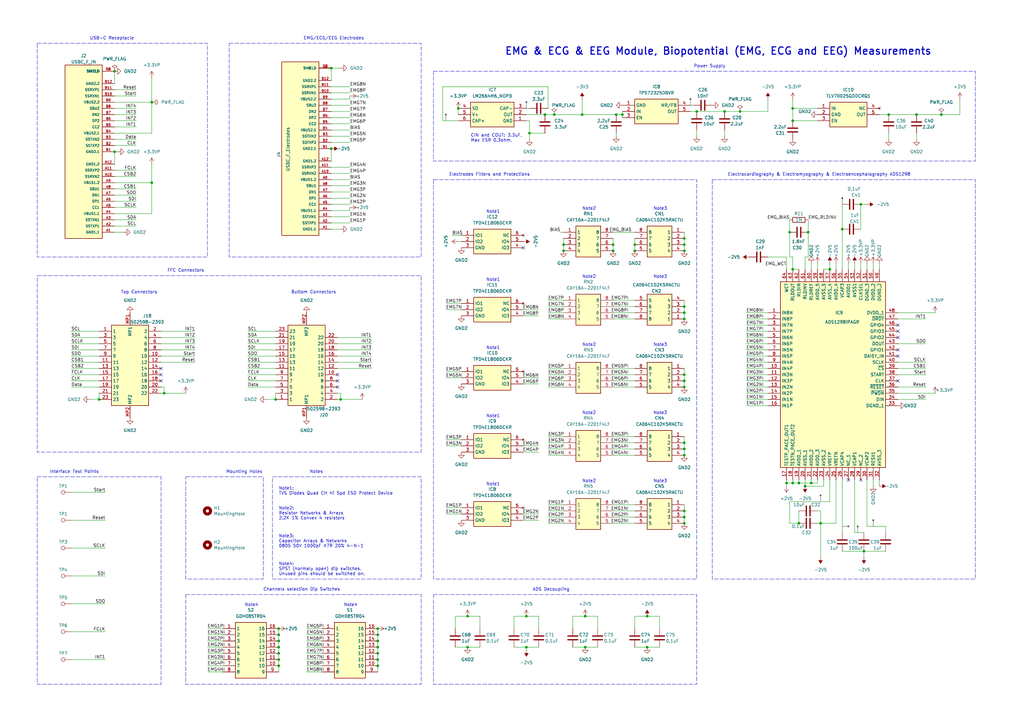
<source format=kicad_sch>
(kicad_sch (version 20230121) (generator eeschema)
  (paper "A3")
  (title_block (title "VersaSens EMG") (date "2024-02-20") (rev "00") (company "EPFL, Embedded Systems Laboratory") (comment 1 "Author: Taraneh Aminosharieh Najafi") (comment 2 "Approved: José Angel Miranda Calero"))
  (junction (at 251.46 102.87))
  (junction (at 252.73 46.99))
  (junction (at 67.31 161.29))
  (junction (at 223.52 46.99))
  (junction (at 280.67 125.73))
  (junction (at 135.89 27.94))
  (junction (at 154.94 267.97))
  (junction (at 280.67 212.09))
  (junction (at 260.35 102.87))
  (junction (at 354.33 226.06))
  (junction (at 114.3 273.05))
  (junction (at 280.67 158.75))
  (junction (at 265.43 252.73))
  (junction (at 280.67 130.81))
  (junction (at 114.3 257.81))
  (junction (at 322.58 198.12))
  (junction (at 345.44 93.98))
  (junction (at 114.3 262.89))
  (junction (at 154.94 262.89))
  (junction (at 332.74 198.12))
  (junction (at 255.27 46.99))
  (junction (at 353.06 83.82))
  (junction (at 251.46 100.33))
  (junction (at 325.12 44.45))
  (junction (at 154.94 257.81))
  (junction (at 325.12 110.49))
  (junction (at 215.9 265.43))
  (junction (at 323.85 95.25))
  (junction (at 40.64 163.83))
  (junction (at 327.66 214.63))
  (junction (at 231.14 100.33))
  (junction (at 336.55 214.63))
  (junction (at 62.23 41.91))
  (junction (at 191.77 265.43))
  (junction (at 325.12 198.12))
  (junction (at 215.9 252.73))
  (junction (at 280.67 100.33))
  (junction (at 187.96 44.45))
  (junction (at 227.33 46.99))
  (junction (at 331.47 95.25))
  (junction (at 240.03 265.43))
  (junction (at 231.14 102.87))
  (junction (at 114.3 260.35))
  (junction (at 327.66 198.12))
  (junction (at 46.99 29.21))
  (junction (at 114.3 270.51))
  (junction (at 280.67 153.67))
  (junction (at 154.94 270.51))
  (junction (at 285.75 45.72))
  (junction (at 280.67 181.61))
  (junction (at 238.76 46.99))
  (junction (at 280.67 214.63))
  (junction (at 62.23 74.93))
  (junction (at 154.94 273.05))
  (junction (at 375.92 46.99))
  (junction (at 217.17 54.61))
  (junction (at 364.49 46.99))
  (junction (at 260.35 100.33))
  (junction (at 280.67 156.21))
  (junction (at 340.36 110.49))
  (junction (at 330.2 199.39))
  (junction (at 280.67 128.27))
  (junction (at 191.77 252.73))
  (junction (at 297.18 45.72))
  (junction (at 154.94 265.43))
  (junction (at 113.03 163.83))
  (junction (at 303.53 45.72))
  (junction (at 325.12 49.53))
  (junction (at 114.3 265.43))
  (junction (at 135.89 60.96))
  (junction (at 280.67 184.15))
  (junction (at 265.43 265.43))
  (junction (at 114.3 267.97))
  (junction (at 280.67 97.79))
  (junction (at 280.67 209.55))
  (junction (at 240.03 252.73))
  (junction (at 386.08 46.99))
  (junction (at 139.7 163.83))
  (junction (at 280.67 186.69))
  (junction (at 154.94 260.35))
  (junction (at 280.67 102.87))
  (junction (at 46.99 62.23))
  (no_connect (at 347.98 196.85))
  (no_connect (at 368.3 133.35))
  (no_connect (at 368.3 138.43))
  (no_connect (at 138.43 153.67))
  (no_connect (at 138.43 158.75))
  (no_connect (at 66.04 153.67))
  (no_connect (at 368.3 143.51))
  (no_connect (at 353.06 196.85))
  (no_connect (at 138.43 156.21))
  (no_connect (at 66.04 151.13))
  (no_connect (at 368.3 135.89))
  (no_connect (at 66.04 156.21))
  (no_connect (at 368.3 146.05))
  (no_connect (at 214.63 101.6))
  (no_connect (at 368.3 156.21))
  (wire (pts (xy 224.79 179.07) (xy 231.14 179.07)))
  (wire (pts (xy 66.04 138.43) (xy 80.01 138.43)))
  (wire (pts (xy 332.74 198.12) (xy 332.74 196.85)))
  (wire (pts (xy 322.58 199.39) (xy 322.58 198.12)))
  (wire (pts (xy 125.73 265.43) (xy 132.08 265.43)))
  (wire (pts (xy 280.67 156.21) (xy 280.67 158.75)))
  (wire (pts (xy 251.46 153.67) (xy 260.35 153.67)))
  (wire (pts (xy 355.6 107.95) (xy 355.6 110.49)))
  (wire (pts (xy 66.04 135.89) (xy 80.01 135.89)))
  (wire (pts (xy 240.03 265.43) (xy 245.11 265.43)))
  (wire (pts (xy 336.55 214.63) (xy 335.28 214.63)))
  (wire (pts (xy 224.79 125.73) (xy 231.14 125.73)))
  (wire (pts (xy 240.03 252.73) (xy 245.11 252.73)))
  (wire (pts (xy 29.21 148.59) (xy 40.64 148.59)))
  (wire (pts (xy 67.31 158.75) (xy 67.31 161.29)))
  (wire (pts (xy 135.89 78.74) (xy 143.51 78.74)))
  (wire (pts (xy 224.79 181.61) (xy 231.14 181.61)))
  (wire (pts (xy 265.43 265.43) (xy 270.51 265.43)))
  (wire (pts (xy 306.07 128.27) (xy 314.96 128.27)))
  (wire (pts (xy 29.21 247.65) (xy 43.18 247.65)))
  (wire (pts (xy 306.07 133.35) (xy 314.96 133.35)))
  (wire (pts (xy 224.79 153.67) (xy 231.14 153.67)))
  (wire (pts (xy 154.94 262.89) (xy 154.94 265.43)))
  (wire (pts (xy 224.79 158.75) (xy 231.14 158.75)))
  (wire (pts (xy 251.46 158.75) (xy 260.35 158.75)))
  (wire (pts (xy 306.07 153.67) (xy 314.96 153.67)))
  (wire (pts (xy 251.46 128.27) (xy 260.35 128.27)))
  (wire (pts (xy 101.6 143.51) (xy 113.03 143.51)))
  (wire (pts (xy 306.07 151.13) (xy 314.96 151.13)))
  (wire (pts (xy 187.96 99.06) (xy 189.23 99.06)))
  (wire (pts (xy 135.89 88.9) (xy 143.51 88.9)))
  (wire (pts (xy 306.07 140.97) (xy 314.96 140.97)))
  (wire (pts (xy 135.89 76.2) (xy 143.51 76.2)))
  (wire (pts (xy 285.75 45.72) (xy 297.18 45.72)))
  (wire (pts (xy 135.89 68.58) (xy 143.51 68.58)))
  (wire (pts (xy 101.6 146.05) (xy 113.03 146.05)))
  (wire (pts (xy 220.98 157.48) (xy 214.63 157.48)))
  (wire (pts (xy 306.07 130.81) (xy 314.96 130.81)))
  (wire (pts (xy 360.68 199.39) (xy 360.68 196.85)))
  (wire (pts (xy 29.21 138.43) (xy 40.64 138.43)))
  (wire (pts (xy 154.94 270.51) (xy 154.94 273.05)))
  (wire (pts (xy 46.99 29.21) (xy 46.99 34.29)))
  (wire (pts (xy 280.67 151.13) (xy 280.67 153.67)))
  (wire (pts (xy 280.67 125.73) (xy 280.67 128.27)))
  (wire (pts (xy 29.21 259.08) (xy 43.18 259.08)))
  (wire (pts (xy 234.95 252.73) (xy 234.95 257.81)))
  (wire (pts (xy 354.33 226.06) (xy 363.22 226.06)))
  (wire (pts (xy 260.35 214.63) (xy 251.46 214.63)))
  (wire (pts (xy 215.9 252.73) (xy 220.98 252.73)))
  (wire (pts (xy 62.23 74.93) (xy 62.23 87.63)))
  (wire (pts (xy 325.12 40.64) (xy 325.12 44.45)))
  (wire (pts (xy 335.28 107.95) (xy 335.28 110.49)))
  (wire (pts (xy 251.46 207.01) (xy 260.35 207.01)))
  (wire (pts (xy 114.3 265.43) (xy 114.3 267.97)))
  (wire (pts (xy 280.67 184.15) (xy 280.67 186.69)))
  (wire (pts (xy 135.89 53.34) (xy 143.51 53.34)))
  (wire (pts (xy 323.85 205.74) (xy 323.85 214.63)))
  (wire (pts (xy 46.99 80.01) (xy 55.88 80.01)))
  (wire (pts (xy 251.46 184.15) (xy 260.35 184.15)))
  (wire (pts (xy 138.43 143.51) (xy 152.4 143.51)))
  (wire (pts (xy 85.09 260.35) (xy 91.44 260.35)))
  (wire (pts (xy 220.98 154.94) (xy 214.63 154.94)))
  (wire (pts (xy 297.18 55.88) (xy 297.18 53.34)))
  (wire (pts (xy 85.09 267.97) (xy 91.44 267.97)))
  (wire (pts (xy 29.21 236.22) (xy 43.18 236.22)))
  (wire (pts (xy 154.94 267.97) (xy 154.94 270.51)))
  (wire (pts (xy 215.9 46.99) (xy 223.52 46.99)))
  (wire (pts (xy 114.3 273.05) (xy 114.3 275.59)))
  (wire (pts (xy 306.07 146.05) (xy 314.96 146.05)))
  (wire (pts (xy 46.99 87.63) (xy 62.23 87.63)))
  (wire (pts (xy 360.68 107.95) (xy 360.68 110.49)))
  (wire (pts (xy 135.89 43.18) (xy 143.51 43.18)))
  (wire (pts (xy 375.92 46.99) (xy 386.08 46.99)))
  (wire (pts (xy 181.61 49.53) (xy 187.96 49.53)))
  (wire (pts (xy 143.51 39.37) (xy 143.51 40.64)))
  (wire (pts (xy 260.35 100.33) (xy 260.35 102.87)))
  (wire (pts (xy 260.35 252.73) (xy 265.43 252.73)))
  (wire (pts (xy 327.66 209.55) (xy 327.66 214.63)))
  (wire (pts (xy 306.07 143.51) (xy 314.96 143.51)))
  (wire (pts (xy 29.21 151.13) (xy 40.64 151.13)))
  (wire (pts (xy 46.99 39.37) (xy 55.88 39.37)))
  (wire (pts (xy 46.99 49.53) (xy 55.88 49.53)))
  (wire (pts (xy 306.07 163.83) (xy 314.96 163.83)))
  (wire (pts (xy 135.89 73.66) (xy 143.51 73.66)))
  (wire (pts (xy 135.89 38.1) (xy 143.51 38.1)))
  (wire (pts (xy 306.07 138.43) (xy 314.96 138.43)))
  (wire (pts (xy 327.66 198.12) (xy 332.74 198.12)))
  (wire (pts (xy 46.99 59.69) (xy 55.88 59.69)))
  (wire (pts (xy 125.73 275.59) (xy 132.08 275.59)))
  (wire (pts (xy 336.55 209.55) (xy 336.55 214.63)))
  (wire (pts (xy 251.46 209.55) (xy 260.35 209.55)))
  (wire (pts (xy 322.58 196.85) (xy 322.58 198.12)))
  (wire (pts (xy 345.44 93.98) (xy 345.44 110.49)))
  (wire (pts (xy 231.14 97.79) (xy 231.14 100.33)))
  (wire (pts (xy 220.98 213.36) (xy 214.63 213.36)))
  (wire (pts (xy 252.73 46.99) (xy 255.27 46.99)))
  (wire (pts (xy 196.85 252.73) (xy 196.85 257.81)))
  (wire (pts (xy 340.36 205.74) (xy 323.85 205.74)))
  (wire (pts (xy 187.96 46.99) (xy 187.96 44.45)))
  (wire (pts (xy 114.3 270.51) (xy 114.3 273.05)))
  (wire (pts (xy 229.87 95.25) (xy 231.14 95.25)))
  (wire (pts (xy 135.89 50.8) (xy 143.51 50.8)))
  (wire (pts (xy 46.99 92.71) (xy 55.88 92.71)))
  (wire (pts (xy 322.58 105.41) (xy 322.58 110.49)))
  (wire (pts (xy 332.74 198.12) (xy 335.28 198.12)))
  (wire (pts (xy 139.7 163.83) (xy 138.43 163.83)))
  (wire (pts (xy 330.2 199.39) (xy 337.82 199.39)))
  (wire (pts (xy 350.52 107.95) (xy 350.52 110.49)))
  (wire (pts (xy 62.23 67.31) (xy 62.23 74.93)))
  (wire (pts (xy 337.82 199.39) (xy 337.82 196.85)))
  (wire (pts (xy 210.82 252.73) (xy 215.9 252.73)))
  (wire (pts (xy 46.99 90.17) (xy 55.88 90.17)))
  (wire (pts (xy 323.85 90.17) (xy 323.85 95.25)))
  (wire (pts (xy 234.95 265.43) (xy 240.03 265.43)))
  (wire (pts (xy 66.04 148.59) (xy 80.01 148.59)))
  (wire (pts (xy 364.49 46.99) (xy 375.92 46.99)))
  (wire (pts (xy 101.6 151.13) (xy 113.03 151.13)))
  (wire (pts (xy 125.73 257.81) (xy 132.08 257.81)))
  (wire (pts (xy 280.67 179.07) (xy 280.67 181.61)))
  (wire (pts (xy 393.7 46.99) (xy 386.08 46.99)))
  (wire (pts (xy 336.55 214.63) (xy 336.55 228.6)))
  (wire (pts (xy 280.67 209.55) (xy 280.67 212.09)))
  (wire (pts (xy 46.99 74.93) (xy 62.23 74.93)))
  (wire (pts (xy 50.8 95.25) (xy 46.99 95.25)))
  (wire (pts (xy 314.96 45.72) (xy 303.53 45.72)))
  (wire (pts (xy 109.22 163.83) (xy 113.03 163.83)))
  (wire (pts (xy 325.12 110.49) (xy 327.66 110.49)))
  (wire (pts (xy 29.21 146.05) (xy 40.64 146.05)))
  (wire (pts (xy 40.64 161.29) (xy 40.64 163.83)))
  (wire (pts (xy 101.6 148.59) (xy 113.03 148.59)))
  (wire (pts (xy 182.88 124.46) (xy 189.23 124.46)))
  (wire (pts (xy 29.21 135.89) (xy 40.64 135.89)))
  (wire (pts (xy 350.52 196.85) (xy 350.52 218.44)))
  (wire (pts (xy 238.76 46.99) (xy 252.73 46.99)))
  (wire (pts (xy 138.43 138.43) (xy 152.4 138.43)))
  (wire (pts (xy 85.09 257.81) (xy 91.44 257.81)))
  (wire (pts (xy 323.85 214.63) (xy 327.66 214.63)))
  (wire (pts (xy 270.51 252.73) (xy 270.51 257.81)))
  (wire (pts (xy 251.46 179.07) (xy 260.35 179.07)))
  (wire (pts (xy 363.22 215.9) (xy 363.22 218.44)))
  (wire (pts (xy 135.89 40.64) (xy 143.51 40.64)))
  (wire (pts (xy 331.47 95.25) (xy 331.47 90.17)))
  (wire (pts (xy 154.94 265.43) (xy 154.94 267.97)))
  (wire (pts (xy 251.46 186.69) (xy 260.35 186.69)))
  (wire (pts (xy 231.14 100.33) (xy 231.14 102.87)))
  (wire (pts (xy 135.89 60.96) (xy 135.89 66.04)))
  (wire (pts (xy 337.82 110.49) (xy 340.36 110.49)))
  (wire (pts (xy 224.79 156.21) (xy 231.14 156.21)))
  (wire (pts (xy 280.67 212.09) (xy 280.67 214.63)))
  (wire (pts (xy 182.88 210.82) (xy 189.23 210.82)))
  (wire (pts (xy 325.12 105.41) (xy 325.12 110.49)))
  (wire (pts (xy 217.17 54.61) (xy 223.52 54.61)))
  (wire (pts (xy 220.98 210.82) (xy 214.63 210.82)))
  (wire (pts (xy 210.82 252.73) (xy 210.82 257.81)))
  (wire (pts (xy 191.77 252.73) (xy 196.85 252.73)))
  (wire (pts (xy 191.77 265.43) (xy 196.85 265.43)))
  (wire (pts (xy 185.42 96.52) (xy 189.23 96.52)))
  (wire (pts (xy 66.04 146.05) (xy 80.01 146.05)))
  (wire (pts (xy 101.6 153.67) (xy 113.03 153.67)))
  (wire (pts (xy 101.6 135.89) (xy 113.03 135.89)))
  (wire (pts (xy 327.66 196.85) (xy 327.66 198.12)))
  (wire (pts (xy 280.67 100.33) (xy 280.67 102.87)))
  (wire (pts (xy 234.95 252.73) (xy 240.03 252.73)))
  (wire (pts (xy 29.21 153.67) (xy 40.64 153.67)))
  (wire (pts (xy 101.6 138.43) (xy 113.03 138.43)))
  (wire (pts (xy 358.14 199.39) (xy 358.14 196.85)))
  (wire (pts (xy 135.89 45.72) (xy 143.51 45.72)))
  (wire (pts (xy 46.99 41.91) (xy 62.23 41.91)))
  (wire (pts (xy 125.73 270.51) (xy 132.08 270.51)))
  (wire (pts (xy 251.46 100.33) (xy 251.46 102.87)))
  (wire (pts (xy 186.69 265.43) (xy 191.77 265.43)))
  (wire (pts (xy 260.35 265.43) (xy 265.43 265.43)))
  (wire (pts (xy 182.88 127) (xy 189.23 127)))
  (wire (pts (xy 181.61 35.56) (xy 181.61 49.53)))
  (wire (pts (xy 220.98 252.73) (xy 220.98 257.81)))
  (wire (pts (xy 215.9 265.43) (xy 220.98 265.43)))
  (wire (pts (xy 138.43 151.13) (xy 152.4 151.13)))
  (wire (pts (xy 353.06 107.95) (xy 353.06 110.49)))
  (wire (pts (xy 325.12 44.45) (xy 335.28 44.45)))
  (wire (pts (xy 285.75 55.88) (xy 285.75 53.34)))
  (wire (pts (xy 154.94 260.35) (xy 154.94 262.89)))
  (wire (pts (xy 342.9 107.95) (xy 342.9 110.49)))
  (wire (pts (xy 66.04 140.97) (xy 80.01 140.97)))
  (wire (pts (xy 335.28 209.55) (xy 336.55 209.55)))
  (wire (pts (xy 280.67 207.01) (xy 280.67 209.55)))
  (wire (pts (xy 76.2 161.29) (xy 67.31 161.29)))
  (wire (pts (xy 85.09 262.89) (xy 91.44 262.89)))
  (wire (pts (xy 46.99 77.47) (xy 55.88 77.47)))
  (wire (pts (xy 138.43 161.29) (xy 139.7 161.29)))
  (wire (pts (xy 220.98 127) (xy 214.63 127)))
  (wire (pts (xy 46.99 57.15) (xy 55.88 57.15)))
  (wire (pts (xy 114.3 262.89) (xy 114.3 265.43)))
  (wire (pts (xy 186.69 252.73) (xy 191.77 252.73)))
  (wire (pts (xy 383.54 161.29) (xy 368.3 161.29)))
  (wire (pts (xy 85.09 275.59) (xy 91.44 275.59)))
  (wire (pts (xy 125.73 262.89) (xy 132.08 262.89)))
  (wire (pts (xy 342.9 196.85) (xy 342.9 214.63)))
  (wire (pts (xy 255.27 46.99) (xy 255.27 48.26)))
  (wire (pts (xy 251.46 212.09) (xy 260.35 212.09)))
  (wire (pts (xy 182.88 182.88) (xy 189.23 182.88)))
  (wire (pts (xy 353.06 83.82) (xy 353.06 93.98)))
  (wire (pts (xy 368.3 140.97) (xy 379.73 140.97)))
  (wire (pts (xy 135.89 58.42) (xy 143.51 58.42)))
  (wire (pts (xy 182.88 154.94) (xy 189.23 154.94)))
  (wire (pts (xy 215.9 266.7) (xy 215.9 265.43)))
  (wire (pts (xy 182.88 208.28) (xy 189.23 208.28)))
  (wire (pts (xy 217.17 54.61) (xy 217.17 49.53)))
  (wire (pts (xy 224.79 128.27) (xy 231.14 128.27)))
  (wire (pts (xy 345.44 226.06) (xy 354.33 226.06)))
  (wire (pts (xy 135.89 48.26) (xy 143.51 48.26)))
  (wire (pts (xy 306.07 158.75) (xy 314.96 158.75)))
  (wire (pts (xy 224.79 214.63) (xy 231.14 214.63)))
  (wire (pts (xy 85.09 270.51) (xy 91.44 270.51)))
  (wire (pts (xy 114.3 267.97) (xy 114.3 270.51)))
  (wire (pts (xy 255.27 46.99) (xy 255.27 45.72)))
  (wire (pts (xy 354.33 226.06) (xy 354.33 228.6)))
  (wire (pts (xy 220.98 185.42) (xy 214.63 185.42)))
  (wire (pts (xy 251.46 97.79) (xy 251.46 100.33)))
  (wire (pts (xy 46.99 82.55) (xy 55.88 82.55)))
  (wire (pts (xy 135.89 27.94) (xy 135.89 33.02)))
  (wire (pts (xy 383.54 128.27) (xy 368.3 128.27)))
  (wire (pts (xy 325.12 49.53) (xy 335.28 49.53)))
  (wire (pts (xy 224.79 186.69) (xy 231.14 186.69)))
  (wire (pts (xy 251.46 130.81) (xy 260.35 130.81)))
  (wire (pts (xy 48.26 62.23) (xy 46.99 62.23)))
  (wire (pts (xy 368.3 151.13) (xy 379.73 151.13)))
  (wire (pts (xy 323.85 95.25) (xy 323.85 105.41)))
  (wire (pts (xy 306.07 166.37) (xy 314.96 166.37)))
  (wire (pts (xy 46.99 62.23) (xy 46.99 67.31)))
  (wire (pts (xy 46.99 72.39) (xy 55.88 72.39)))
  (wire (pts (xy 85.09 273.05) (xy 91.44 273.05)))
  (wire (pts (xy 330.2 105.41) (xy 330.2 110.49)))
  (wire (pts (xy 135.89 83.82) (xy 143.51 83.82)))
  (wire (pts (xy 336.55 214.63) (xy 342.9 214.63)))
  (wire (pts (xy 29.21 213.36) (xy 43.18 213.36)))
  (wire (pts (xy 340.36 107.95) (xy 340.36 110.49)))
  (wire (pts (xy 284.48 43.18) (xy 283.21 43.18)))
  (wire (pts (xy 353.06 83.82) (xy 355.6 83.82)))
  (wire (pts (xy 368.3 163.83) (xy 379.73 163.83)))
  (wire (pts (xy 297.18 45.72) (xy 303.53 45.72)))
  (wire (pts (xy 368.3 158.75) (xy 379.73 158.75)))
  (wire (pts (xy 306.07 148.59) (xy 314.96 148.59)))
  (wire (pts (xy 135.89 27.94) (xy 139.7 27.94)))
  (wire (pts (xy 280.67 97.79) (xy 280.67 100.33)))
  (wire (pts (xy 125.73 267.97) (xy 132.08 267.97)))
  (wire (pts (xy 143.51 85.09) (xy 143.51 86.36)))
  (wire (pts (xy 245.11 252.73) (xy 245.11 257.81)))
  (wire (pts (xy 368.3 153.67) (xy 379.73 153.67)))
  (wire (pts (xy 355.6 215.9) (xy 363.22 215.9)))
  (wire (pts (xy 135.89 81.28) (xy 143.51 81.28)))
  (wire (pts (xy 114.3 260.35) (xy 114.3 262.89)))
  (wire (pts (xy 125.73 260.35) (xy 132.08 260.35)))
  (wire (pts (xy 322.58 198.12) (xy 325.12 198.12)))
  (wire (pts (xy 135.89 71.12) (xy 143.51 71.12)))
  (wire (pts (xy 280.67 153.67) (xy 280.67 156.21)))
  (wire (pts (xy 283.21 45.72) (xy 285.75 45.72)))
  (wire (pts (xy 66.04 143.51) (xy 80.01 143.51)))
  (wire (pts (xy 139.7 161.29) (xy 139.7 163.83)))
  (wire (pts (xy 186.69 252.73) (xy 186.69 257.81)))
  (wire (pts (xy 224.79 212.09) (xy 231.14 212.09)))
  (wire (pts (xy 325.12 198.12) (xy 327.66 198.12)))
  (wire (pts (xy 46.99 46.99) (xy 55.88 46.99)))
  (wire (pts (xy 224.79 35.56) (xy 181.61 35.56)))
  (wire (pts (xy 29.21 140.97) (xy 40.64 140.97)))
  (wire (pts (xy 323.85 105.41) (xy 325.12 105.41)))
  (wire (pts (xy 306.07 156.21) (xy 314.96 156.21)))
  (wire (pts (xy 101.6 158.75) (xy 113.03 158.75)))
  (wire (pts (xy 182.88 180.34) (xy 189.23 180.34)))
  (wire (pts (xy 355.6 196.85) (xy 355.6 215.9)))
  (wire (pts (xy 260.35 125.73) (xy 251.46 125.73)))
  (wire (pts (xy 135.89 86.36) (xy 143.51 86.36)))
  (wire (pts (xy 29.21 201.93) (xy 43.18 201.93)))
  (wire (pts (xy 331.47 95.25) (xy 331.47 105.41)))
  (wire (pts (xy 224.79 130.81) (xy 231.14 130.81)))
  (wire (pts (xy 139.7 93.98) (xy 135.89 93.98)))
  (wire (pts (xy 101.6 140.97) (xy 113.03 140.97)))
  (wire (pts (xy 138.43 140.97) (xy 152.4 140.97)))
  (wire (pts (xy 325.12 49.53) (xy 325.12 44.45)))
  (wire (pts (xy 223.52 46.99) (xy 227.33 46.99)))
  (wire (pts (xy 46.99 54.61) (xy 62.23 54.61)))
  (wire (pts (xy 340.36 205.74) (xy 340.36 196.85)))
  (wire (pts (xy 345.44 196.85) (xy 345.44 218.44)))
  (wire (pts (xy 314.96 40.64) (xy 314.96 45.72)))
  (wire (pts (xy 135.89 35.56) (xy 143.51 35.56)))
  (wire (pts (xy 217.17 49.53) (xy 215.9 49.53)))
  (wire (pts (xy 46.99 44.45) (xy 55.88 44.45)))
  (wire (pts (xy 29.21 143.51) (xy 40.64 143.51)))
  (wire (pts (xy 135.89 91.44) (xy 143.51 91.44)))
  (wire (pts (xy 364.49 57.15) (xy 364.49 54.61)))
  (wire (pts (xy 220.98 129.54) (xy 214.63 129.54)))
  (wire (pts (xy 29.21 224.79) (xy 43.18 224.79)))
  (wire (pts (xy 138.43 146.05) (xy 152.4 146.05)))
  (wire (pts (xy 368.3 148.59) (xy 379.73 148.59)))
  (wire (pts (xy 29.21 156.21) (xy 40.64 156.21)))
  (wire (pts (xy 46.99 69.85) (xy 55.88 69.85)))
  (wire (pts (xy 62.23 41.91) (xy 62.23 54.61)))
  (wire (pts (xy 360.68 46.99) (xy 364.49 46.99)))
  (wire (pts (xy 358.14 107.95) (xy 358.14 110.49)))
  (wire (pts (xy 260.35 252.73) (xy 260.35 257.81)))
  (wire (pts (xy 217.17 57.15) (xy 217.17 54.61)))
  (wire (pts (xy 280.67 123.19) (xy 280.67 125.73)))
  (wire (pts (xy 135.89 55.88) (xy 143.51 55.88)))
  (wire (pts (xy 148.59 163.83) (xy 139.7 163.83)))
  (wire (pts (xy 36.83 163.83) (xy 40.64 163.83)))
  (wire (pts (xy 101.6 156.21) (xy 113.03 156.21)))
  (wire (pts (xy 217.17 44.45) (xy 215.9 44.45)))
  (wire (pts (xy 251.46 95.25) (xy 260.35 95.25)))
  (wire (pts (xy 46.99 85.09) (xy 55.88 85.09)))
  (wire (pts (xy 306.07 161.29) (xy 314.96 161.29)))
  (wire (pts (xy 224.79 207.01) (xy 231.14 207.01)))
  (wire (pts (xy 224.79 184.15) (xy 231.14 184.15)))
  (wire (pts (xy 306.07 135.89) (xy 314.96 135.89)))
  (wire (pts (xy 46.99 36.83) (xy 55.88 36.83)))
  (wire (pts (xy 85.09 265.43) (xy 91.44 265.43)))
  (wire (pts (xy 224.79 209.55) (xy 231.14 209.55)))
  (wire (pts (xy 350.52 218.44) (xy 354.33 218.44)))
  (wire (pts (xy 265.43 252.73) (xy 270.51 252.73)))
  (wire (pts (xy 347.98 107.95) (xy 347.98 110.49)))
  (wire (pts (xy 114.3 257.81) (xy 114.3 260.35)))
  (wire (pts (xy 331.47 105.41) (xy 330.2 105.41)))
  (wire (pts (xy 375.92 57.15) (xy 375.92 54.61)))
  (wire (pts (xy 345.44 83.82) (xy 345.44 93.98)))
  (wire (pts (xy 62.23 31.75) (xy 62.23 41.91)))
  (wire (pts (xy 252.73 55.88) (xy 252.73 54.61)))
  (wire (pts (xy 138.43 148.59) (xy 152.4 148.59)))
  (wire (pts (xy 251.46 123.19) (xy 260.35 123.19)))
  (wire (pts (xy 251.46 151.13) (xy 260.35 151.13)))
  (wire (pts (xy 29.21 270.51) (xy 43.18 270.51)))
  (wire (pts (xy 125.73 273.05) (xy 132.08 273.05)))
  (wire (pts (xy 251.46 156.21) (xy 260.35 156.21)))
  (wire (pts (xy 325.12 196.85) (xy 325.12 198.12)))
  (wire (pts (xy 29.21 158.75) (xy 40.64 158.75)))
  (wire (pts (xy 220.98 182.88) (xy 214.63 182.88)))
  (wire (pts (xy 280.67 95.25) (xy 280.67 97.79)))
  (wire (pts (xy 330.2 196.85) (xy 330.2 199.39)))
  (wire (pts (xy 238.76 40.64) (xy 238.76 46.99)))
  (wire (pts (xy 66.04 158.75) (xy 67.31 158.75)))
  (wire (pts (xy 368.3 130.81) (xy 379.73 130.81)))
  (wire (pts (xy 393.7 40.64) (xy 393.7 46.99)))
  (wire (pts (xy 280.67 128.27) (xy 280.67 130.81)))
  (wire (pts (xy 314.96 105.41) (xy 322.58 105.41)))
  (wire (pts (xy 224.79 151.13) (xy 231.14 151.13)))
  (wire (pts (xy 210.82 265.43) (xy 215.9 265.43)))
  (wire (pts (xy 154.94 257.81) (xy 154.94 260.35)))
  (wire (pts (xy 182.88 152.4) (xy 189.23 152.4)))
  (wire (pts (xy 335.28 196.85) (xy 335.28 198.12)))
  (wire (pts (xy 251.46 181.61) (xy 260.35 181.61)))
  (wire (pts (xy 154.94 273.05) (xy 154.94 275.59)))
  (wire (pts (xy 113.03 161.29) (xy 113.03 163.83)))
  (wire (pts (xy 224.79 123.19) (xy 231.14 123.19)))
  (wire (pts (xy 224.79 44.45) (xy 224.79 35.56)))
  (wire (pts (xy 260.35 97.79) (xy 260.35 100.33)))
  (wire (pts (xy 67.31 161.29) (xy 66.04 161.29)))
  (wire (pts (xy 332.74 107.95) (xy 332.74 110.49)))
  (wire (pts (xy 238.76 46.99) (xy 227.33 46.99)))
  (wire (pts (xy 280.67 181.61) (xy 280.67 184.15)))
  (wire (pts (xy 46.99 52.07) (xy 55.88 52.07)))
  (rectangle (start 15.24 113.03) (end 172.72 185.42) (stroke (width 0) (type dash)))
  (rectangle (start 76.2 195.58) (end 107.95 237.49) (stroke (width 0) (type dash)))
  (rectangle (start 177.8 73.66) (end 285.75 237.49) (stroke (width 0) (type dash)))
  (rectangle (start 177.8 29.21) (end 400.05 66.04) (stroke (width 0) (type dash)))
  (rectangle (start 111.76 195.58) (end 172.72 237.49) (stroke (width 0) (type dash)))
  (rectangle (start 93.98 17.78) (end 172.72 105.41) (stroke (width 0) (type dash)))
  (rectangle (start 292.1 73.66) (end 400.05 237.49) (stroke (width 0) (type dash)))
  (rectangle (start 177.8 243.84) (end 285.75 280.67) (stroke (width 0) (type dash)))
  (rectangle (start 76.2 243.84) (end 172.72 280.67) (stroke (width 0) (type dash)))
  (rectangle (start 15.24 17.78) (end 85.09 105.41) (stroke (width 0) (type dash)))
  (rectangle (start 15.24 195.58) (end 66.04 280.67) (stroke (width 0) (type dash)))
  (text "Buttom Connectors" (at 119.38 120.65 0) (effects (font (size 1.27 1.27)) (justify left bottom)))
  (text "Note4" (at 100.33 248.92 0) (effects (font (size 1.27 1.27)) (justify left bottom)))
  (text "Note2" (at 238.76 86.36 0) (effects (font (size 1.27 1.27)) (justify left bottom)))
  (text "ADS Decoupling" (at 218.44 242.57 0) (effects (font (size 1.27 1.27)) (justify left bottom)))
  (text "Note2" (at 238.76 198.12 0) (effects (font (size 1.27 1.27)) (justify left bottom)))
  (text "Note1:\nTVS Diodes Quad CH Hi Spd ESD Protect Device" (at 114.3 203.2 0) (effects (font (size 1.27 1.27)) (justify left bottom)))
  (text "Note4:\nSPST (normaly open) dip switches.\nUnused pins should be switched on." (at 114.3 236.22 0) (effects (font (size 1.27 1.27)) (justify left bottom)))
  (text "Note1" (at 199.39 199.39 0) (effects (font (size 1.27 1.27)) (justify left bottom)))
  (text "Note1" (at 199.39 171.45 0) (effects (font (size 1.27 1.27)) (justify left bottom)))
  (text "Note2" (at 238.76 114.3 0) (effects (font (size 1.27 1.27)) (justify left bottom)))
  (text "Note3" (at 267.97 86.36 0) (effects (font (size 1.27 1.27)) (justify left bottom)))
  (text "Note3" (at 267.97 170.18 0) (effects (font (size 1.27 1.27)) (justify left bottom)))
  (text "Note2" (at 238.76 170.18 0) (effects (font (size 1.27 1.27)) (justify left bottom)))
  (text "Interface Test Points\n" (at 20.32 194.31 0) (effects (font (size 1.27 1.27)) (justify left bottom)))
  (text "USB-C Receptacle" (at 36.83 16.51 0) (effects (font (size 1.27 1.27)) (justify left bottom)))
  (text "Note1" (at 199.39 87.63 0) (effects (font (size 1.27 1.27)) (justify left bottom)))
  (text "Electrodes Filters and Protections" (at 184.15 72.39 0) (effects (font (size 1.27 1.27)) (justify left bottom)))
  (text "Power Supply" (at 284.48 27.94 0) (effects (font (size 1.27 1.27)) (justify left bottom)))
  (text "Note1" (at 199.39 143.51 0) (effects (font (size 1.27 1.27)) (justify left bottom)))
  (text "Note3" (at 267.97 114.3 0) (effects (font (size 1.27 1.27)) (justify left bottom)))
  (text "Top Connectors" (at 49.53 120.65 0) (effects (font (size 1.27 1.27)) (justify left bottom)))
  (text "EMG/ECG/EEG Electrodes" (at 124.46 16.51 0) (effects (font (size 1.27 1.27)) (justify left bottom)))
  (text "Note3" (at 267.97 198.12 0) (effects (font (size 1.27 1.27)) (justify left bottom)))
  (text "Note3:\nCapacitor Arrays & Networks \n0805 50V 1000pF X7R 20% 4-N-1" (at 114.3 224.79 0) (effects (font (size 1.27 1.27)) (justify left bottom)))
  (text "Electrocardiography & Electromyography & Electroencephalography ADS1298" (at 298.45 72.39 0) (effects (font (size 1.27 1.27)) (justify left bottom)))
  (text "Mounting Holes" (at 92.71 194.31 0) (effects (font (size 1.27 1.27)) (justify left bottom)))
  (text "Channels selection Dip Switches" (at 107.95 242.57 0) (effects (font (size 1.27 1.27)) (justify left bottom)))
  (text "CIN and COUT: 3.3uF,\nMax ESR 0.3ohm. " (at 193.04 58.42 0) (effects (font (size 1.27 1.27)) (justify left bottom)))
  (text "EMG & ECG & EEG Module, Biopotential (EMG, ECG and EEG) Measurements" (at 207.01 22.86 0) (effects (font (size 3 3) (thickness 0.454) bold) (justify left bottom)))
  (text "Note2" (at 238.76 142.24 0) (effects (font (size 1.27 1.27)) (justify left bottom)))
  (text "Note4" (at 140.97 248.92 0) (effects (font (size 1.27 1.27)) (justify left bottom)))
  (text "Note1" (at 199.39 115.57 0) (effects (font (size 1.27 1.27)) (justify left bottom)))
  (text "FFC Connectors" (at 68.58 111.76 0) (effects (font (size 1.27 1.27)) (justify left bottom)))
  (text "Note3" (at 267.97 142.24 0) (effects (font (size 1.27 1.27)) (justify left bottom)))
  (text "Notes" (at 127 194.31 0) (effects (font (size 1.27 1.27)) (justify left bottom)))
  (text "Note2:\nResistor Networks & Arrays \n2.2K 1% Convex 4 resistors" (at 114.3 213.36 0) (effects (font (size 1.27 1.27)) (justify left bottom)))
  (label "INT1" (at 379.73 130.81 180))
  (label "INT1" (at 55.88 52.07 180))
  (label "INT1" (at 80.01 135.89 180))
  (label "EMG2N" (at 143.51 81.28 0))
  (label "EMG6N" (at 224.79 158.75 0))
  (label "EMG3NI" (at 306.07 153.67 0))
  (label "FCLK" (at 29.21 153.67 0))
  (label "EMG4PI" (at 257.81 184.15 180))
  (label "FCLK" (at 55.88 69.85 180))
  (label "EMG1P" (at 182.88 208.28 0))
  (label "EMG4PI" (at 306.07 151.13 0))
  (label "EMG8NI" (at 125.73 275.59 0))
  (label "EMG3N" (at 224.79 181.61 0))
  (label "EMG2NI" (at 257.81 214.63 180))
  (label "EMG3P" (at 224.79 179.07 0))
  (label "SCLK" (at 43.18 224.79 180))
  (label "EMG8PI" (at 257.81 128.27 180))
  (label "EMG1NI" (at 257.81 209.55 180))
  (label "EMG4NI" (at 257.81 186.69 180))
  (label "FCLK" (at 101.6 153.67 0))
  (label "SDO" (at 29.21 146.05 0))
  (label "EMG8NI" (at 257.81 130.81 180))
  (label "EMG7NI" (at 125.73 270.51 0))
  (label "EMG7P" (at 143.51 45.72 0))
  (label "EMG2P" (at 220.98 213.36 180))
  (label "EMG4N" (at 220.98 182.88 180))
  (label "SCL" (at 55.88 92.71 180))
  (label "Reset" (at 379.73 158.75 180))
  (label "EMG3PI" (at 257.81 179.07 180))
  (label "Data" (at 55.88 57.15 180))
  (label "Start" (at 80.01 146.05 180))
  (label "EMG7P" (at 182.88 124.46 0))
  (label "INT4" (at 55.88 44.45 180))
  (label "EMG8N" (at 224.79 130.81 0))
  (label "Reset" (at 55.88 36.83 180))
  (label "EMG8N" (at 143.51 35.56 0))
  (label "EMG6PI" (at 257.81 156.21 180))
  (label "EMG_BIAS" (at 259.08 95.25 180))
  (label "INT2" (at 80.01 138.43 180))
  (label "EMG2PI" (at 306.07 161.29 0))
  (label "EMG5P" (at 182.88 152.4 0))
  (label "EMG1P" (at 224.79 207.01 0))
  (label "SDO" (at 43.18 247.65 180))
  (label "SDI" (at 101.6 143.51 0))
  (label "EMG2NI" (at 306.07 158.75 0))
  (label "EMG1NI" (at 306.07 163.83 0))
  (label "SCLK" (at 101.6 140.97 0))
  (label "EMG5PI" (at 257.81 151.13 180))
  (label "EMG8P" (at 220.98 129.54 180))
  (label "FCLK" (at 43.18 259.08 180))
  (label "EMG7PI" (at 125.73 267.97 0))
  (label "SCL" (at 29.21 135.89 0))
  (label "EMG4P" (at 220.98 185.42 180))
  (label "EMG3NI" (at 85.09 270.51 0))
  (label "EMG2N" (at 224.79 214.63 0))
  (label "EMG6N" (at 220.98 154.94 180))
  (label "EMG8P" (at 143.51 38.1 0))
  (label "EMG1N" (at 143.51 88.9 0))
  (label "CSB2" (at 55.88 72.39 180))
  (label "INT3" (at 152.4 143.51 180))
  (label "INT3" (at 80.01 140.97 180))
  (label "EMG8N" (at 220.98 127 180))
  (label "BIAS" (at 143.51 53.34 0))
  (label "EMG8P" (at 224.79 128.27 0))
  (label "SDO" (at 101.6 146.05 0))
  (label "BIAS" (at 229.87 95.25 180))
  (label "EMG1N" (at 224.79 209.55 0))
  (label "EMG7N" (at 143.51 43.18 0))
  (label "SDO" (at 55.88 80.01 180))
  (label "SCLK" (at 379.73 148.59 180))
  (label "CLK" (at 101.6 156.21 0))
  (label "INT4" (at 152.4 146.05 180))
  (label "EMG3PI" (at 306.07 156.21 0))
  (label "CSB2" (at 29.21 151.13 0))
  (label "SDI" (at 29.21 143.51 0))
  (label "SDI" (at 43.18 236.22 180))
  (label "Data" (at 101.6 158.75 0))
  (label "Start" (at 152.4 148.59 180))
  (label "EMG_WCT" (at 322.58 109.22 180))
  (label "EMG4N" (at 224.79 186.69 0))
  (label "CLK" (at 55.88 59.69 180))
  (label "EMG6NI" (at 306.07 138.43 0))
  (label "EMG1P" (at 143.51 91.44 0))
  (label "Start" (at 43.18 201.93 180))
  (label "EMG7N" (at 224.79 125.73 0))
  (label "CSB1" (at 101.6 148.59 0))
  (label "SDO" (at 379.73 140.97 180))
  (label "SDA" (at 101.6 138.43 0))
  (label "EMG8PI" (at 306.07 130.81 0))
  (label "INT1" (at 152.4 138.43 180))
  (label "EMG1NI" (at 85.09 260.35 0))
  (label "Start" (at 55.88 39.37 180))
  (label "EMG5N" (at 224.79 153.67 0))
  (label "EMG2NI" (at 85.09 265.43 0))
  (label "EMG6NI" (at 125.73 265.43 0))
  (label "SDA" (at 29.21 138.43 0))
  (label "EMG5NI" (at 306.07 143.51 0))
  (label "Start" (at 379.73 153.67 180))
  (label "EMG1N" (at 182.88 210.82 0))
  (label "EMG8PI" (at 125.73 273.05 0))
  (label "SCL" (at 101.6 135.89 0))
  (label "SCLK" (at 29.21 140.97 0))
  (label "EMG5NI" (at 257.81 153.67 180))
  (label "EMG5N" (at 143.51 55.88 0))
  (label "INT3" (at 55.88 46.99 180))
  (label "CSB1" (at 379.73 151.13 180))
  (label "EMG4N" (at 143.51 68.58 0))
  (label "INT1" (at 43.18 270.51 180))
  (label "BIAS" (at 143.51 73.66 0))
  (label "EMG4PI" (at 85.09 273.05 0))
  (label "EMG4NI" (at 85.09 275.59 0))
  (label "SDA" (at 55.88 90.17 180))
  (label "CSB1" (at 29.21 148.59 0))
  (label "EMG3P" (at 182.88 180.34 0))
  (label "Reset" (at 80.01 148.59 180))
  (label "EMG6P" (at 143.51 50.8 0))
  (label "EMG7PI" (at 257.81 123.19 180))
  (label "SDI" (at 379.73 163.83 180))
  (label "Data" (at 29.21 158.75 0))
  (label "EMG_RLDINV" (at 331.47 90.17 0))
  (label "EMG6N" (at 143.51 48.26 0))
  (label "EMG3NI" (at 257.81 181.61 180))
  (label "CSB1" (at 55.88 77.47 180))
  (label "EMG8NI" (at 306.07 128.27 0))
  (label "EMG3N" (at 143.51 76.2 0))
  (label "Reset" (at 152.4 151.13 180))
  (label "CLK" (at 29.21 156.21 0))
  (label "EMG6PI" (at 125.73 262.89 0))
  (label "SDI" (at 55.88 82.55 180))
  (label "EMG5N" (at 182.88 154.94 0))
  (label "EMG6P" (at 220.98 157.48 180))
  (label "EMG4P" (at 224.79 184.15 0))
  (label "EMG7PI" (at 306.07 135.89 0))
  (label "EMG4P" (at 143.51 71.12 0))
  (label "EMG2P" (at 224.79 212.09 0))
  (label "INT2" (at 152.4 140.97 180))
  (label "INT4" (at 80.01 143.51 180))
  (label "EMG4NI" (at 306.07 148.59 0))
  (label "EMG5NI" (at 125.73 260.35 0))
  (label "EMG2N" (at 220.98 210.82 180))
  (label "EMG5P" (at 143.51 58.42 0))
  (label "EMG6NI" (at 257.81 158.75 180))
  (label "EMG7P" (at 224.79 123.19 0))
  (label "EMG5PI" (at 306.07 146.05 0))
  (label "EMG7NI" (at 257.81 125.73 180))
  (label "BIAS" (at 185.42 96.52 0))
  (label "EMG6P" (at 224.79 156.21 0))
  (label "EMG6PI" (at 306.07 140.97 0))
  (label "EMG2P" (at 143.51 83.82 0))
  (label "SCLK" (at 55.88 85.09 180))
  (label "EMG7NI" (at 306.07 133.35 0))
  (label "EMG5PI" (at 125.73 257.81 0))
  (label "EMG3N" (at 182.88 182.88 0))
  (label "EMG5P" (at 224.79 151.13 0))
  (label "INT2" (at 55.88 49.53 180))
  (label "EMG_BIAS" (at 323.85 90.17 180))
  (label "Reset" (at 43.18 213.36 180))
  (label "EMG3P" (at 143.51 78.74 0))
  (label "EMG7N" (at 182.88 127 0))
  (label "EMG2PI" (at 257.81 212.09 180))
  (label "EMG1PI" (at 306.07 166.37 0))
  (label "EMG2PI" (at 85.09 262.89 0))
  (label "EMG1PI" (at 85.09 257.81 0))
  (label "EMG3PI" (at 85.09 267.97 0))
  (label "EMG1PI" (at 257.81 207.01 180))
  (label "CSB2" (at 101.6 151.13 0))
  (netclass_flag "" (length 2.54) (shape dot) (at 351.79 218.44 0) (property "Netclass" "Signal" (effects hide)))
  (netclass_flag "" (length 2.54) (shape dot) (at 336.55 205.74 0) (property "Netclass" "Signal" (effects hide)))
  (netclass_flag "" (length 2.54) (shape dot) (at 215.9 44.45 0) (property "Netclass" "Signal" (effects hide)))
  (netclass_flag "" (length 2.54) (shape dot) (at 283.21 43.18 0) (property "Netclass" "Signal" (effects hide)))
  (netclass_flag "" (length 2.54) (shape dot) (at 345.44 83.82 0) (property "Netclass" "Signal" (effects hide)))
  (netclass_flag "" (length 2.54) (shape dot) (at 345.44 215.9 270) (property "Netclass" "Signal" (effects hide)))
  (netclass_flag "" (length 2.54) (shape dot) (at 182.88 49.53 0) (property "Netclass" "Signal" (effects hide)))
  (netclass_flag "" (length 2.54) (shape dot) (at 358.14 215.9 0) (property "Netclass" "Signal" (effects hide)))
  (symbol (lib_id "power:-2V5") (at 355.6 83.82 270) (unit 1)
    (property "Reference" "#PWR0197" (effects hide))
    (property "Value" "-2V5" (at 359.41 83.82 90) (effects (justify left)))
  )
  (symbol (lib_id "power:+2V5") (at 187.96 99.06 90) (unit 1)
    (property "Reference" "#PWR0201" (effects hide))
    (property "Value" "+2V5" (at 182.88 99.06 0))
  )
  (symbol (lib_id "Device:C") (at 364.49 50.8 0) (unit 1)
    (property "Reference" "C36" (at 369.57 49.53 0))
    (property "Value" "10uF" (at 369.57 52.07 0))
    (property "Footprint" "Capacitor_SMD:C_0603_1608Metric" (effects hide))
    (instances (project "VersaSens" (path "" (reference "C36") (unit 1))) (project "VersaSens_HeEx" (path "" (reference "C56") (unit 1))))
  )
  (symbol (lib_id "power:GND2") (at 325.12 57.15 0) (unit 1)
    (property "Reference" "#PWR0191" (effects hide))
    (property "Value" "GND2" (at 325.12 62.23 0))
  )
  (symbol (lib_id "power:+2V5") (at 393.7 40.64 0) (unit 1)
    (property "Reference" "#PWR0182" (effects hide))
    (property "Value" "+2V5" (at 393.7 35.56 0))
  )
  (symbol (lib_id "Device:R") (at 327.66 90.17 90) (unit 1)
    (property "Reference" "R11" (at 327.66 87.63 90))
    (property "Value" "1M" (at 327.66 90.17 90))
    (property "Footprint" "Resistor_SMD:R_0402_1005Metric" (effects hide))
    (instances (project "VersaSens" (path "" (reference "R11") (unit 1))) (project "VersaSens_HeEx" (path "" (reference "R36") (unit 1))))
  )
  (symbol (lib_id "SamacSys_Parts:CA064C102K5RACTU") (at 280.67 130.81 180) (unit 1)
    (property "Reference" "CN2" (at 269.24 119.38 0))
    (property "Value" "CA064C102K5RACTU" (at 269.24 116.84 0))
    (property "Footprint" "CA064C102K5RACTU" (effects hide))
    (property "Datasheet" "https://www.mouser.ch/datasheet/2/447/Kemet_020923_CA064C_X7R_Series-3316094.pdf" (effects hide))
    (property "Height" "0.9" (effects hide))
    (property "Mouser Part Number" "80-CA064C102K5R" (effects hide))
    (property "Mouser Price/Stock" "https://www.mouser.co.uk/ProductDetail/KEMET/CA064C102K5RACTU?qs=GLnfAsRnPWBZt%252BkjCDLlMQ%3D%3D" (effects hide))
    (property "Manufacturer_Name" "KEMET" (effects hide))
    (property "Manufacturer_Part_Number" "CA064C102K5RACTU" (effects hide))
  )
  (symbol (lib_id "power:-2V5") (at 340.36 107.95 0) (unit 1)
    (property "Reference" "#PWR0211" (effects hide))
    (property "Value" "-2V5" (at 340.36 102.87 90))
  )
  (symbol (lib_id "SamacSys_Parts:TPD4E1B06DCKR") (at 189.23 124.46 0) (unit 1)
    (property "Reference" "IC11" (at 201.93 116.84 0))
    (property "Value" "TPD4E1B06DCKR" (at 201.93 119.38 0))
    (property "Footprint" "SOT65P210X110-6N" (effects hide))
    (property "Datasheet" "http://www.ti.com/jp/lit/gpn/tpd4e1b06" (effects hide))
    (property "Height" "1.1" (effects hide))
    (property "Mouser Part Number" "595-TPD4E1B06DCKR" (effects hide))
    (property "Mouser Price/Stock" "https://www.mouser.co.uk/ProductDetail/Texas-Instruments/TPD4E1B06DCKR?qs=FBI%252BX3tnPf1Bt8uBkGhcNg%3D%3D" (effects hide))
    (property "Manufacturer_Name" "Texas Instruments" (effects hide))
    (property "Manufacturer_Part_Number" "TPD4E1B06DCKR" (effects hide))
    (instances (project "VersaSens" (path "" (reference "IC11") (unit 1)) (path "" (reference "IC14") (unit 1))) (project "VersaSens_HeEx" (path "" (reference "IC16") (unit 1))))
  )
  (symbol (lib_id "Connector:TestPoint") (at 29.21 259.08 90) (unit 1) (in_bom no)
    (property "Reference" "TP6" (at 25.908 256.54 90))
    (property "Value" "TestPoint" (effects hide))
    (property "Footprint" "TestPoint:TestPoint_Pad_D1.0mm" (effects hide))
    (instances (project "VersaSens" (path "" (reference "TP6") (unit 1)) (path "" (reference "TP13") (unit 1)) (path "" (reference "TP34") (unit 1))) (project "VersaSens_HeEx" (path "" (reference "TP51") (unit 1))))
  )
  (symbol (lib_id "power:-2V5") (at 330.2 199.39 180) (unit 1)
    (property "Reference" "#PWR0237" (effects hide))
    (property "Value" "-2V5" (at 330.2 204.47 0))
  )
  (symbol (lib_id "power:-2V5") (at 314.96 40.64 0) (unit 1)
    (property "Reference" "#PWR0180" (effects hide))
    (property "Value" "-2V5" (at 314.96 35.56 0))
  )
  (symbol (lib_id "power:-2V5") (at 135.89 60.96 270) (unit 1)
    (property "Reference" "#PWR0194" (effects hide))
    (property "Value" "-2V5" (at 140.97 60.96 90))
  )
  (symbol (lib_id "Device:C") (at 285.75 49.53 0) (unit 1)
    (property "Reference" "C36" (at 290.83 48.26 0))
    (property "Value" "10uF" (at 290.83 50.8 0))
    (property "Footprint" "Capacitor_SMD:C_0603_1608Metric" (effects hide))
    (instances (project "VersaSens" (path "" (reference "C36") (unit 1))) (project "VersaSens_HeEx" (path "" (reference "C52") (unit 1))))
  )
  (symbol (lib_id "SamacSys_Parts:502598-2393") (at 125.73 171.45 270) (mirror x) (unit 1)
    (property "Reference" "J20" (at 134.62 170.18 90) (effects (justify right)))
    (property "Value" "502598-2393" (at 139.7 167.64 90) (effects (justify right)))
    (property "Footprint" "5025982393" (effects hide))
    (property "Datasheet" "https://datasheet.datasheetarchive.com/originals/distributors/Datasheets_SAMA/2885d40b564cc84720dbe7ef1d953276.pdf" (effects hide))
    (property "Height" "1.15" (effects hide))
    (property "Mouser Part Number" "538-502598-2393" (effects hide))
    (property "Mouser Price/Stock" "https://www.mouser.co.uk/ProductDetail/Molex/502598-2393?qs=y1vSg4rOnUI4XfeXs%2F0sEA%3D%3D" (effects hide))
    (property "Manufacturer_Name" "Molex" (effects hide))
    (property "Manufacturer_Part_Number" "502598-2393" (effects hide))
    (instances (project "VersaSens_HeEx" (path "" (reference "J20") (unit 1)) (path "" (reference "J13") (unit 1)) (path "" (reference "J19") (unit 1))))
  )
  (symbol (lib_id "SamacSys_Parts:GDH08STR04") (at 91.44 257.81 0) (unit 1)
    (property "Reference" "S2" (at 102.87 250.19 0))
    (property "Value" "GDH08STR04" (at 102.87 252.73 0))
    (property "Footprint" "GDH08STR04" (effects hide))
    (property "Datasheet" "https://componentsearchengine.com/Datasheets/1/GDH08STR04.pdf" (effects hide))
    (property "Height" "2.56" (effects hide))
    (property "Mouser Part Number" "506-GDH08STR04" (effects hide))
    (property "Mouser Price/Stock" "https://www.mouser.co.uk/ProductDetail/TE-Connectivity-Alcoswitch/GDH08STR04?qs=k5V78Jg%2Feq7%2FmY8DIKNsYA%3D%3D" (effects hide))
    (property "Manufacturer_Name" "TE Connectivity" (effects hide))
    (property "Manufacturer_Part_Number" "GDH08STR04" (effects hide))
    (instances (project "VersaSens" (path "" (reference "S2") (unit 1))) (project "VersaSens_HeEx" (path "" (reference "S4") (unit 1))))
  )
  (symbol (lib_id "power:GND2") (at 240.03 265.43 0) (unit 1)
    (property "Reference" "#PWR0251" (effects hide))
    (property "Value" "GND2" (at 240.03 270.51 0))
  )
  (symbol (lib_id "Device:C") (at 349.25 93.98 270) (unit 1)
    (property "Reference" "C41" (at 352.425 90.805 90) (effects (justify right)))
    (property "Value" "1uF" (at 352.425 88.265 90) (effects (justify right)))
    (property "Footprint" "Capacitor_SMD:C_0402_1005Metric" (effects hide))
    (instances (project "VersaSens" (path "" (reference "C41") (unit 1))) (project "VersaSens_HeEx" (path "" (reference "C60") (unit 1))))
  )
  (symbol (lib_id "Device:C") (at 297.18 49.53 0) (unit 1)
    (property "Reference" "C28" (at 302.26 48.26 0))
    (property "Value" "2.2uF" (at 302.26 50.8 0))
    (property "Footprint" "Capacitor_SMD:C_0402_1005Metric" (effects hide))
    (instances (project "VersaSens" (path "" (reference "C28") (unit 1))) (project "VersaSens_HeEx" (path "" (reference "C53") (unit 1))))
  )
  (symbol (lib_id "SamacSys_Parts:502598-2393") (at 53.34 128.27 270) (unit 1)
    (property "Reference" "J18" (at 62.23 129.54 90) (effects (justify right)))
    (property "Value" "502598-2393" (at 67.31 132.08 90) (effects (justify right)))
    (property "Footprint" "5025982393" (effects hide))
    (property "Datasheet" "https://datasheet.datasheetarchive.com/originals/distributors/Datasheets_SAMA/2885d40b564cc84720dbe7ef1d953276.pdf" (effects hide))
    (property "Height" "1.15" (effects hide))
    (property "Mouser Part Number" "538-502598-2393" (effects hide))
    (property "Mouser Price/Stock" "https://www.mouser.co.uk/ProductDetail/Molex/502598-2393?qs=y1vSg4rOnUI4XfeXs%2F0sEA%3D%3D" (effects hide))
    (property "Manufacturer_Name" "Molex" (effects hide))
    (property "Manufacturer_Part_Number" "502598-2393" (effects hide))
  )
  (symbol (lib_id "Connector:TestPoint") (at 29.21 213.36 90) (unit 1) (in_bom no)
    (property "Reference" "TP1" (at 25.908 210.82 90))
    (property "Value" "TestPoint" (effects hide))
    (property "Footprint" "TestPoint:TestPoint_Pad_D1.0mm" (effects hide))
    (instances (project "VersaSens" (path "" (reference "TP1") (unit 1)) (path "" (reference "TP8") (unit 1)) (path "" (reference "TP30") (unit 1))) (project "VersaSens_HeEx" (path "" (reference "TP47") (unit 1))))
  )
  (symbol (lib_id "power:+3.3VP") (at 191.77 252.73 0) (unit 1)
    (property "Reference" "#PWR0244" (effects hide))
    (property "Value" "+3.3VP" (at 191.77 247.65 0))
  )
  (symbol (lib_id "power:-2V5") (at 265.43 252.73 0) (unit 1)
    (property "Reference" "#PWR0247" (effects hide))
    (property "Value" "-2V5" (at 265.43 247.65 0))
  )
  (symbol (lib_id "power:-2V5") (at 214.63 99.06 270) (unit 1)
    (property "Reference" "#PWR0202" (effects hide))
    (property "Value" "-2V5" (at 219.71 99.06 0))
  )
  (symbol (lib_id "power:+2V5") (at 154.94 257.81 270) (unit 1)
    (property "Reference" "#PWR0249" (effects hide))
    (property "Value" "+2V5" (at 160.02 257.81 90))
  )
  (symbol (lib_id "power:+3.3VP") (at 187.96 44.45 0) (unit 1)
    (property "Reference" "#PWR0185" (effects hide))
    (property "Value" "+3.3VP" (at 187.96 39.37 0))
  )
  (symbol (lib_id "USB4055-30-A:USB4055-30-A") (at 123.19 60.96 180) (unit 1)
    (property "Reference" "J4" (at 114.3 62.23 90) (effects (justify left)))
    (property "Value" "USBC_F_Electrodes" (at 118.11 52.07 90) (effects (justify left)))
    (property "Footprint" "USB4055-30-A:GCT_USB4055-30-A" (effects hide))
    (property "Datasheet" "https://www.mouser.ch/datasheet/2/837/USB4055-2888284.pdf" (effects hide))
    (property "MF" "Global Connector Technology" (effects hide))
    (property "DIGI-KEY_PURCHASE_URL" "https://www.digikey.com.ua/product-detail/en/gct/USB4055-30-A/2073-USB4055-30-ACT-ND/9859729?utm_source=snapeda&utm_medium=aggregator&utm_campaign=symbol" (effects hide))
    (property "DESCRIPTION" "USB Type C Receptacle Horizontal Hybrid PCB Top Mount 10 mm Body" (effects hide))
    (property "PACKAGE" "None" (effects hide))
    (property "Price" "None" (effects hide))
    (property "Package" "None" (effects hide))
    (property "Check_prices" "https://www.snapeda.com/parts/USB4055-30-A/Global+Connector+Technology/view-part/?ref=eda" (effects hide))
    (property "STANDARD" "Manufacturer Recommendations" (effects hide))
    (property "PARTREV" "B" (effects hide))
    (property "SnapEDA_Link" "https://www.snapeda.com/parts/USB4055-30-A/Global+Connector+Technology/view-part/?ref=snap" (effects hide))
    (property "MP" "USB4055-30-A" (effects hide))
    (property "Description" "\nUSB-C (USB TYPE-C) USB 3.2 Gen 2 (USB 3.1 Gen 2, Superspeed + (USB 3.1)) Receptacle Connector 24 Position Surface Mount, Right Angle; Through Hole\n" (effects hide))
    (property "DIGI-KEY_PART_NUMBER" "2073-USB4055-30-ACT-ND" (effects hide))
    (property "Availability" "In Stock" (effects hide))
    (property "MANUFACTURER" "Global Connector Technology" (effects hide))
    (instances (project "VersaSens" (path "" (reference "J4") (unit 1)) (path "" (reference "J2") (unit 1)) (path "" (reference "J9") (unit 1))) (project "Test26092023" (path "" (reference "J2") (unit 1))) (project "VersaSens_HeEx" (path "" (reference "J16") (unit 1))))
  )
  (symbol (lib_id "USB4055-30-A:USB4055-30-A") (at 34.29 62.23 180) (unit 1)
    (property "Reference" "J2" (at 34.29 22.86 0))
    (property "Value" "USBC_F_IN" (at 34.29 25.4 0))
    (property "Footprint" "USB4055-30-A:GCT_USB4055-30-A" (effects hide))
    (property "Datasheet" "https://www.mouser.ch/datasheet/2/837/USB4055-2888284.pdf" (effects hide))
    (property "MF" "Global Connector Technology" (effects hide))
    (property "DIGI-KEY_PURCHASE_URL" "https://www.digikey.com.ua/product-detail/en/gct/USB4055-30-A/2073-USB4055-30-ACT-ND/9859729?utm_source=snapeda&utm_medium=aggregator&utm_campaign=symbol" (effects hide))
    (property "DESCRIPTION" "USB Type C Receptacle Horizontal Hybrid PCB Top Mount 10 mm Body" (effects hide))
    (property "PACKAGE" "None" (effects hide))
    (property "Price" "None" (effects hide))
    (property "Package" "None" (effects hide))
    (property "Check_prices" "https://www.snapeda.com/parts/USB4055-30-A/Global+Connector+Technology/view-part/?ref=eda" (effects hide))
    (property "STANDARD" "Manufacturer Recommendations" (effects hide))
    (property "PARTREV" "B" (effects hide))
    (property "SnapEDA_Link" "https://www.snapeda.com/parts/USB4055-30-A/Global+Connector+Technology/view-part/?ref=snap" (effects hide))
    (property "MP" "USB4055-30-A" (effects hide))
    (property "Description" "\nUSB-C (USB TYPE-C) USB 3.2 Gen 2 (USB 3.1 Gen 2, Superspeed + (USB 3.1)) Receptacle Connector 24 Position Surface Mount, Right Angle; Through Hole\n" (effects hide))
    (property "DIGI-KEY_PART_NUMBER" "2073-USB4055-30-ACT-ND" (effects hide))
    (property "Availability" "In Stock" (effects hide))
    (property "MANUFACTURER" "Global Connector Technology" (effects hide))
    (instances (project "VersaSens" (path "" (reference "J2") (unit 1)) (path "" (reference "J2") (unit 1)) (path "" (reference "J10") (unit 1)) (path "" (reference "J7") (unit 1))) (project "Test26092023" (path "" (reference "J1") (unit 1))) (project "VersaSens_HeEx" (path "" (reference "J10") (unit 1)) (path "" (reference "J17") (unit 1))))
  )
  (symbol (lib_id "power:+2V5") (at 347.98 107.95 0) (unit 1)
    (property "Reference" "#PWR0213" (effects hide))
    (property "Value" "+2V5" (at 347.98 102.87 90))
  )
  (symbol (lib_id "Device:C") (at 349.25 83.82 270) (unit 1)
    (property "Reference" "C41" (at 353.06 80.01 90) (effects (justify right)))
    (property "Value" "0.1uF" (at 353.06 77.47 90) (effects (justify right)))
    (property "Footprint" "Capacitor_SMD:C_0402_1005Metric" (effects hide))
    (instances (project "VersaSens" (path "" (reference "C41") (unit 1))) (project "VersaSens_HeEx" (path "" (reference "C59") (unit 1))))
  )
  (symbol (lib_id "Device:C") (at 220.98 44.45 90) (unit 1)
    (property "Reference" "C23" (at 220.98 38.1 90))
    (property "Value" "3.3uF" (at 220.98 40.64 90))
    (property "Footprint" "Capacitor_SMD:C_0603_1608Metric" (effects hide))
    (instances (project "VersaSens" (path "" (reference "C23") (unit 1))) (project "VersaSens_HeEx" (path "" (reference "C51") (unit 1))))
  )
  (symbol (lib_id "power:GND2") (at 280.67 158.75 0) (unit 1)
    (property "Reference" "#PWR0225" (effects hide))
    (property "Value" "GND2" (at 280.67 163.83 0))
  )
  (symbol (lib_id "Device:C") (at 223.52 50.8 0) (unit 1)
    (property "Reference" "C24" (at 227.33 49.53 0) (effects (justify left)))
    (property "Value" "3.3uF" (at 227.33 52.07 0) (effects (justify left)))
    (property "Footprint" "Capacitor_SMD:C_0603_1608Metric" (effects hide))
    (instances (project "VersaSens" (path "" (reference "C24") (unit 1))) (project "VersaSens_HeEx" (path "" (reference "C54") (unit 1))))
  )
  (symbol (lib_id "power:+2V5") (at 342.9 107.95 0) (unit 1)
    (property "Reference" "#PWR0212" (effects hide))
    (property "Value" "+2V5" (at 342.9 102.87 90))
  )
  (symbol (lib_id "Device:C") (at 270.51 261.62 0) (unit 1)
    (property "Reference" "C75" (at 273.05 260.35 0) (effects (justify left)))
    (property "Value" "0.1uF" (at 273.05 262.89 0) (effects (justify left)))
    (property "Footprint" "Capacitor_SMD:C_0402_1005Metric" (effects hide))
  )
  (symbol (lib_id "power:GND2") (at 297.18 55.88 0) (unit 1)
    (property "Reference" "#PWR0189" (effects hide))
    (property "Value" "GND2" (at 297.18 60.96 0))
  )
  (symbol (lib_id "SamacSys_Parts:CAY16A-2201F4LF") (at 231.14 151.13 0) (unit 1)
    (property "Reference" "RN3" (at 241.3 143.51 0))
    (property "Value" "CAY16A-2201F4LF" (at 241.3 146.05 0))
    (property "Footprint" "CAY16A2201F4LF" (effects hide))
    (property "Datasheet" "https://www.bourns.com/docs/product-datasheets/cay16a-lf.pdf" (effects hide))
    (property "Height" "0.6" (effects hide))
    (property "Mouser Part Number" "652-CAY16A-2201F4LF" (effects hide))
    (property "Mouser Price/Stock" "https://www.mouser.co.uk/ProductDetail/Bourns/CAY16A-2201F4LF?qs=DRkmTr78QAQcw3N6g%2FswLA%3D%3D" (effects hide))
    (property "Manufacturer_Name" "Bourns" (effects hide))
    (property "Manufacturer_Part_Number" "CAY16A-2201F4LF" (effects hide))
  )
  (symbol (lib_id "power:GND2") (at 48.26 62.23 90) (unit 1)
    (property "Reference" "#PWR0195" (effects hide))
    (property "Value" "GND2" (at 52.07 62.23 90) (effects (justify right)))
  )
  (symbol (lib_id "power:+2V5") (at 322.58 199.39 180) (unit 1)
    (property "Reference" "#PWR0236" (effects hide))
    (property "Value" "+2V5" (at 322.58 204.47 0))
  )
  (symbol (lib_id "SamacSys_Parts:TPD4E1B06DCKR") (at 189.23 180.34 0) (unit 1)
    (property "Reference" "IC9" (at 201.93 172.72 0))
    (property "Value" "TPD4E1B06DCKR" (at 201.93 175.26 0))
    (property "Footprint" "SOT65P210X110-6N" (effects hide))
    (property "Datasheet" "http://www.ti.com/jp/lit/gpn/tpd4e1b06" (effects hide))
    (property "Height" "1.1" (effects hide))
    (property "Mouser Part Number" "595-TPD4E1B06DCKR" (effects hide))
    (property "Mouser Price/Stock" "https://www.mouser.co.uk/ProductDetail/Texas-Instruments/TPD4E1B06DCKR?qs=FBI%252BX3tnPf1Bt8uBkGhcNg%3D%3D" (effects hide))
    (property "Manufacturer_Name" "Texas Instruments" (effects hide))
    (property "Manufacturer_Part_Number" "TPD4E1B06DCKR" (effects hide))
    (instances (project "VersaSens" (path "" (reference "IC9") (unit 1)) (path "" (reference "IC16") (unit 1))) (project "VersaSens_HeEx" (path "" (reference "IC19") (unit 1))))
  )
  (symbol (lib_id "Mechanical:MountingHole") (at 85.09 223.52 0) (unit 1) (in_bom no)
    (property "Reference" "H2" (at 87.63 222.3516 0) (effects (justify left)))
    (property "Value" "MountingHole" (at 87.63 224.663 0) (effects (justify left)))
    (property "Footprint" "MountingHole:MountingHole_2.5mm" (effects hide))
    (instances (project "VersaSens" (path "" (reference "H2") (unit 1)) (path "" (reference "H18") (unit 1))) (project "lower-pcb" (path "" (reference "H2") (unit 1))) (project "VersaSens_HeEx" (path "" (reference "H6") (unit 1)) (path "" (reference "H6") (unit 1))))
  )
  (symbol (lib_id "Device:C") (at 325.12 53.34 180) (unit 1)
    (property "Reference" "C31" (at 320.04 54.61 0))
    (property "Value" "2.2uF" (at 320.04 52.07 0))
    (property "Footprint" "Capacitor_SMD:C_0402_1005Metric" (effects hide))
    (instances (project "VersaSens" (path "" (reference "C31") (unit 1))) (project "VersaSens_HeEx" (path "" (reference "C58") (unit 1))))
  )
  (symbol (lib_id "power:GND2") (at 255.27 43.18 270) (unit 1)
    (property "Reference" "#PWR0183" (effects hide))
    (property "Value" "GND2" (at 251.46 43.18 90) (effects (justify right)))
  )
  (symbol (lib_id "Device:C") (at 210.82 261.62 0) (unit 1)
    (property "Reference" "C70" (at 213.36 260.35 0) (effects (justify left)))
    (property "Value" "1uF" (at 213.36 262.89 0) (effects (justify left)))
    (property "Footprint" "Capacitor_SMD:C_0402_1005Metric" (effects hide))
  )
  (symbol (lib_id "power:+3.3VP") (at 325.12 40.64 0) (unit 1)
    (property "Reference" "#PWR0181" (effects hide))
    (property "Value" "+3.3VP" (at 325.12 35.56 0))
  )
  (symbol (lib_id "power:GND2") (at 265.43 265.43 0) (unit 1)
    (property "Reference" "#PWR0252" (effects hide))
    (property "Value" "GND2" (at 265.43 270.51 0))
  )
  (symbol (lib_id "SamacSys_Parts:CA064C102K5RACTU") (at 280.67 179.07 0) (mirror y) (unit 1)
    (property "Reference" "CN4" (at 270.51 171.45 0))
    (property "Value" "CA064C102K5RACTU" (at 270.51 173.99 0))
    (property "Footprint" "CA064C102K5RACTU" (effects hide))
    (property "Datasheet" "https://www.mouser.ch/datasheet/2/447/Kemet_020923_CA064C_X7R_Series-3316094.pdf" (effects hide))
    (property "Height" "0.9" (effects hide))
    (property "Mouser Part Number" "80-CA064C102K5R" (effects hide))
    (property "Mouser Price/Stock" "https://www.mouser.co.uk/ProductDetail/KEMET/CA064C102K5RACTU?qs=GLnfAsRnPWBZt%252BkjCDLlMQ%3D%3D" (effects hide))
    (property "Manufacturer_Name" "KEMET" (effects hide))
    (property "Manufacturer_Part_Number" "CA064C102K5RACTU" (effects hide))
  )
  (symbol (lib_id "power:+3.3VP") (at 62.23 67.31 0) (unit 1)
    (property "Reference" "#PWR0196" (effects hide))
    (property "Value" "+3.3VP" (at 62.23 62.23 0))
  )
  (symbol (lib_id "SamacSys_Parts:GDH08STR04") (at 132.08 257.81 0) (unit 1)
    (property "Reference" "S1" (at 143.51 250.19 0))
    (property "Value" "GDH08STR04" (at 143.51 252.73 0))
    (property "Footprint" "GDH08STR04" (effects hide))
    (property "Datasheet" "https://componentsearchengine.com/Datasheets/1/GDH08STR04.pdf" (effects hide))
    (property "Height" "2.56" (effects hide))
    (property "Mouser Part Number" "506-GDH08STR04" (effects hide))
    (property "Mouser Price/Stock" "https://www.mouser.co.uk/ProductDetail/TE-Connectivity-Alcoswitch/GDH08STR04?qs=k5V78Jg%2Feq7%2FmY8DIKNsYA%3D%3D" (effects hide))
    (property "Manufacturer_Name" "TE Connectivity" (effects hide))
    (property "Manufacturer_Part_Number" "GDH08STR04" (effects hide))
    (instances (project "VersaSens" (path "" (reference "S1") (unit 1))) (project "VersaSens_HeEx" (path "" (reference "S5") (unit 1))))
  )
  (symbol (lib_id "power:GND2") (at 189.23 213.36 0) (unit 1)
    (property "Reference" "#PWR0240" (effects hide))
    (property "Value" "GND2" (at 189.23 218.44 0))
  )
  (symbol (lib_id "power:-2V5") (at 360.68 199.39 270) (unit 1)
    (property "Reference" "#PWR0239" (effects hide))
    (property "Value" "-2V5" (at 365.76 199.39 90))
  )
  (symbol (lib_id "power:PWR_FLAG") (at 227.33 46.99 0) (unit 1)
    (property "Reference" "#FLG01" (effects hide))
    (property "Value" "PWR_FLAG" (at 231.14 43.18 0))
    (instances (project "VersaSens_HeEx" (path "" (reference "#FLG01") (unit 1)) (path "" (reference "#FLG013") (unit 1))))
  )
  (symbol (lib_id "power:GND2") (at 292.1 43.18 90) (unit 1)
    (property "Reference" "#PWR0184" (effects hide))
    (property "Value" "GND2" (at 295.91 43.18 90) (effects (justify right)))
  )
  (symbol (lib_id "SamacSys_Parts:TLV70025QDDCRQ1") (at 335.28 44.45 0) (unit 1)
    (property "Reference" "IC10" (at 347.98 36.83 0))
    (property "Value" "TLV70025QDDCRQ1" (at 347.98 39.37 0))
    (property "Footprint" "SOT95P280X110-5N" (effects hide))
    (property "Datasheet" "http://www.ti.com/lit/gpn/tlv700-q1" (effects hide))
    (property "Height" "1.1" (effects hide))
    (property "Mouser Part Number" "595-TLV70025QDDCRQ1" (effects hide))
    (property "Mouser Price/Stock" "https://www.mouser.co.uk/ProductDetail/Texas-Instruments/TLV70025QDDCRQ1?qs=NiBvnJE4bX1tmxoZbCukhA%3D%3D" (effects hide))
    (property "Manufacturer_Name" "Texas Instruments" (effects hide))
    (property "Manufacturer_Part_Number" "TLV70025QDDCRQ1" (effects hide))
    (instances (project "VersaSens" (path "" (reference "IC10") (unit 1))) (project "VersaSens_HeEx" (path "" (reference "IC13") (unit 1))))
  )
  (symbol (lib_id "power:GND2") (at 189.23 185.42 0) (unit 1)
    (property "Reference" "#PWR0234" (effects hide))
    (property "Value" "GND2" (at 189.23 190.5 0))
  )
  (symbol (lib_id "Connector:TestPoint") (at 29.21 201.93 90) (unit 1) (in_bom no)
    (property "Reference" "TP1" (at 25.908 199.39 90))
    (property "Value" "TestPoint" (effects hide))
    (property "Footprint" "TestPoint:TestPoint_Pad_D1.0mm" (effects hide))
    (instances (project "VersaSens" (path "" (reference "TP1") (unit 1)) (path "" (reference "TP8") (unit 1)) (path "" (reference "TP30") (unit 1))) (project "VersaSens_HeEx" (path "" (reference "TP46") (unit 1))))
  )
  (symbol (lib_id "power:GND2") (at 364.49 57.15 0) (unit 1)
    (property "Reference" "#PWR0192" (effects hide))
    (property "Value" "GND2" (at 367.03 62.23 0) (effects (justify right)))
  )
  (symbol (lib_id "power:GND2") (at 251.46 102.87 0) (unit 1)
    (property "Reference" "#PWR0205" (effects hide))
    (property "Value" "GND2" (at 251.46 107.95 0))
  )
  (symbol (lib_id "Device:C") (at 327.66 95.25 270) (unit 1)
    (property "Reference" "C30" (at 328.93 101.6 90) (effects (justify right)))
    (property "Value" "1.8nF" (at 330.2 99.06 90) (effects (justify right)))
    (property "Footprint" "Capacitor_SMD:C_0402_1005Metric" (effects hide))
    (instances (project "VersaSens" (path "" (reference "C30") (unit 1))) (project "VersaSens_HeEx" (path "" (reference "C61") (unit 1))))
  )
  (symbol (lib_id "Device:C") (at 345.44 222.25 180) (unit 1)
    (property "Reference" "C34" (at 339.09 222.25 0) (effects (justify right)))
    (property "Value" "1uF" (at 340.36 224.79 0) (effects (justify right)))
    (property "Footprint" "Capacitor_SMD:C_0402_1005Metric" (effects hide))
    (instances (project "VersaSens" (path "" (reference "C34") (unit 1))) (project "VersaSens_HeEx" (path "" (reference "C65") (unit 1))))
  )
  (symbol (lib_id "power:-2V5") (at 354.33 228.6 180) (unit 1)
    (property "Reference" "#PWR0243" (effects hide))
    (property "Value" "-2V5" (at 354.33 233.68 0))
  )
  (symbol (lib_id "power:+2V5") (at 240.03 252.73 0) (unit 1)
    (property "Reference" "#PWR0246" (effects hide))
    (property "Value" "+2V5" (at 240.03 247.65 0))
  )
  (symbol (lib_id "SamacSys_Parts:TPD4E1B06DCKR") (at 189.23 96.52 0) (unit 1)
    (property "Reference" "IC12" (at 201.93 88.9 0))
    (property "Value" "TPD4E1B06DCKR" (at 201.93 91.44 0))
    (property "Footprint" "SOT65P210X110-6N" (effects hide))
    (property "Datasheet" "http://www.ti.com/jp/lit/gpn/tpd4e1b06" (effects hide))
    (property "Height" "1.1" (effects hide))
    (property "Mouser Part Number" "595-TPD4E1B06DCKR" (effects hide))
    (property "Mouser Price/Stock" "https://www.mouser.co.uk/ProductDetail/Texas-Instruments/TPD4E1B06DCKR?qs=FBI%252BX3tnPf1Bt8uBkGhcNg%3D%3D" (effects hide))
    (property "Manufacturer_Name" "Texas Instruments" (effects hide))
    (property "Manufacturer_Part_Number" "TPD4E1B06DCKR" (effects hide))
    (instances (project "VersaSens" (path "" (reference "IC12") (unit 1)) (path "" (reference "IC13") (unit 1))) (project "VersaSens_HeEx" (path "" (reference "IC15") (unit 1))))
  )
  (symbol (lib_id "power:GND2") (at 217.17 57.15 0) (unit 1)
    (property "Reference" "#PWR0190" (effects hide))
    (property "Value" "GND2" (at 217.17 62.23 0))
  )
  (symbol (lib_id "Device:C") (at 234.95 261.62 0) (unit 1)
    (property "Reference" "C72" (at 237.49 260.35 0) (effects (justify left)))
    (property "Value" "1uF" (at 237.49 262.89 0) (effects (justify left)))
    (property "Footprint" "Capacitor_SMD:C_0402_1005Metric" (effects hide))
  )
  (symbol (lib_id "Device:C") (at 252.73 50.8 180) (unit 1)
    (property "Reference" "C25" (at 247.65 52.07 0))
    (property "Value" "2.2uF" (at 247.65 49.53 0))
    (property "Footprint" "Capacitor_SMD:C_0402_1005Metric" (effects hide))
    (instances (project "VersaSens" (path "" (reference "C25") (unit 1))) (project "VersaSens_HeEx" (path "" (reference "C55") (unit 1))))
  )
  (symbol (lib_id "Device:C") (at 260.35 261.62 0) (unit 1)
    (property "Reference" "C74" (at 262.89 260.35 0) (effects (justify left)))
    (property "Value" "1uF" (at 262.89 262.89 0) (effects (justify left)))
    (property "Footprint" "Capacitor_SMD:C_0402_1005Metric" (effects hide))
  )
  (symbol (lib_id "Device:C") (at 363.22 222.25 180) (unit 1)
    (property "Reference" "C39" (at 356.87 222.25 0) (effects (justify right)))
    (property "Value" "1uF" (at 358.14 224.79 0) (effects (justify right)))
    (property "Footprint" "Capacitor_SMD:C_0402_1005Metric" (effects hide))
    (instances (project "VersaSens" (path "" (reference "C39") (unit 1))) (project "VersaSens_HeEx" (path "" (reference "C67") (unit 1))))
  )
  (symbol (lib_id "power:GND2") (at 125.73 128.27 180) (unit 1)
    (property "Reference" "#PWR0220" (effects hide))
    (property "Value" "GND2" (at 125.73 123.19 0))
  )
  (symbol (lib_id "SamacSys_Parts:TPS72301DBVR") (at 255.27 43.18 0) (unit 1)
    (property "Reference" "IC8" (at 269.24 35.56 0))
    (property "Value" "TPS72325DBVR" (at 269.24 38.1 0))
    (property "Footprint" "SOT95P280X145-5N" (effects hide))
    (property "Datasheet" "http://www.ti.com/lit/gpn/tps723" (effects hide))
    (property "Height" "1.45" (effects hide))
    (property "Mouser Part Number" "595-TPS72301DBVR" (effects hide))
    (property "Mouser Price/Stock" "https://www.mouser.co.uk/ProductDetail/Texas-Instruments/TPS72301DBVR?qs=6zVL%252ByCp0moigK%252B5JGdvmw%3D%3D" (effects hide))
    (property "Manufacturer_Name" "Texas Instruments" (effects hide))
    (property "Manufacturer_Part_Number" "TPS72301DBVR" (effects hide))
    (instances (project "VersaSens" (path "" (reference "IC8") (unit 1))) (project "VersaSens_HeEx" (path "" (reference "IC12") (unit 1))))
  )
  (symbol (lib_id "Device:C") (at 354.33 222.25 180) (unit 1)
    (property "Reference" "C35" (at 347.98 222.25 0) (effects (justify right)))
    (property "Value" "100uF" (at 347.98 224.79 0) (effects (justify right)))
    (property "Footprint" "SamacSys_Parts:CAPC3225X279N" (effects hide))
    (instances (project "VersaSens" (path "" (reference "C35") (unit 1))) (project "VersaSens_HeEx" (path "" (reference "C66") (unit 1))))
  )
  (symbol (lib_id "Connector:TestPoint") (at 29.21 247.65 90) (unit 1) (in_bom no)
    (property "Reference" "TP5" (at 25.908 245.11 90))
    (property "Value" "TestPoint" (effects hide))
    (property "Footprint" "TestPoint:TestPoint_Pad_D1.0mm" (effects hide))
    (instances (project "VersaSens" (path "" (reference "TP5") (unit 1)) (path "" (reference "TP12") (unit 1)) (path "" (reference "TP33") (unit 1))) (project "VersaSens_HeEx" (path "" (reference "TP50") (unit 1))))
  )
  (symbol (lib_id "SamacSys_Parts:TPD4E1B06DCKR") (at 189.23 208.28 0) (unit 1)
    (property "Reference" "IC8" (at 201.93 200.66 0))
    (property "Value" "TPD4E1B06DCKR" (at 201.93 203.2 0))
    (property "Footprint" "SOT65P210X110-6N" (effects hide))
    (property "Datasheet" "http://www.ti.com/jp/lit/gpn/tpd4e1b06" (effects hide))
    (property "Height" "1.1" (effects hide))
    (property "Mouser Part Number" "595-TPD4E1B06DCKR" (effects hide))
    (property "Mouser Price/Stock" "https://www.mouser.co.uk/ProductDetail/Texas-Instruments/TPD4E1B06DCKR?qs=FBI%252BX3tnPf1Bt8uBkGhcNg%3D%3D" (effects hide))
    (property "Manufacturer_Name" "Texas Instruments" (effects hide))
    (property "Manufacturer_Part_Number" "TPD4E1B06DCKR" (effects hide))
    (instances (project "VersaSens" (path "" (reference "IC8") (unit 1)) (path "" (reference "IC17") (unit 1))) (project "VersaSens_HeEx" (path "" (reference "IC20") (unit 1))))
  )
  (symbol (lib_id "power:+3.3VP") (at 76.2 161.29 0) (unit 1)
    (property "Reference" "#PWR0226" (effects hide))
    (property "Value" "+3.3VP" (at 76.2 156.21 0))
  )
  (symbol (lib_id "power:GND2") (at 109.22 163.83 270) (unit 1)
    (property "Reference" "#PWR0229" (effects hide))
    (property "Value" "GND2" (at 105.41 163.83 90) (effects (justify right)))
  )
  (symbol (lib_id "power:GND2") (at 231.14 102.87 0) (unit 1)
    (property "Reference" "#PWR0204" (effects hide))
    (property "Value" "GND2" (at 231.14 107.95 0))
  )
  (symbol (lib_id "power:-2V5") (at 307.34 105.41 90) (unit 1)
    (property "Reference" "#PWR0208" (effects hide))
    (property "Value" "-2V5" (at 303.53 105.41 90) (effects (justify left)))
  )
  (symbol (lib_id "power:PWR_FLAG") (at 303.53 45.72 0) (unit 1)
    (property "Reference" "#FLG01" (effects hide))
    (property "Value" "PWR_FLAG" (at 303.53 40.64 0))
    (instances (project "VersaSens_HeEx" (path "" (reference "#FLG01") (unit 1)) (path "" (reference "#FLG012") (unit 1))))
  )
  (symbol (lib_id "power:+3.3VP") (at 383.54 128.27 0) (unit 1)
    (property "Reference" "#PWR0221" (effects hide))
    (property "Value" "+3.3VP" (at 383.54 123.19 0))
  )
  (symbol (lib_id "power:GND2") (at 375.92 57.15 0) (unit 1)
    (property "Reference" "#PWR0193" (effects hide))
    (property "Value" "GND2" (at 375.92 62.23 0))
  )
  (symbol (lib_id "Mechanical:MountingHole") (at 85.09 209.55 0) (unit 1) (in_bom no)
    (property "Reference" "H1" (at 87.63 208.3816 0) (effects (justify left)))
    (property "Value" "MountingHole" (at 87.63 210.693 0) (effects (justify left)))
    (property "Footprint" "MountingHole:MountingHole_2.5mm" (effects hide))
    (instances (project "VersaSens" (path "" (reference "H1") (unit 1)) (path "" (reference "H17") (unit 1))) (project "lower-pcb" (path "" (reference "H1") (unit 1))) (project "VersaSens_HeEx" (path "" (reference "H5") (unit 1)) (path "" (reference "H5") (unit 1))))
  )
  (symbol (lib_id "power:GND2") (at 53.34 171.45 0) (unit 1)
    (property "Reference" "#PWR0232" (effects hide))
    (property "Value" "GND2" (at 53.34 176.53 0))
  )
  (symbol (lib_id "power:GND2") (at 280.67 214.63 0) (unit 1)
    (property "Reference" "#PWR0241" (effects hide))
    (property "Value" "GND2" (at 280.67 219.71 0))
  )
  (symbol (lib_id "power:-2V5") (at 336.55 228.6 180) (unit 1)
    (property "Reference" "#PWR0242" (effects hide))
    (property "Value" "-2V5" (at 336.55 233.68 0))
  )
  (symbol (lib_id "power:+2V5") (at 114.3 257.81 270) (unit 1)
    (property "Reference" "#PWR0248" (effects hide))
    (property "Value" "+2V5" (at 119.38 257.81 90))
  )
  (symbol (lib_id "power:GND2") (at 280.67 102.87 0) (unit 1)
    (property "Reference" "#PWR0207" (effects hide))
    (property "Value" "GND2" (at 280.67 107.95 0))
  )
  (symbol (lib_id "power:GND2") (at 139.7 27.94 90) (unit 1)
    (property "Reference" "#PWR0175" (effects hide))
    (property "Value" "GND2" (at 143.51 27.94 90) (effects (justify right)))
  )
  (symbol (lib_id "Device:C") (at 245.11 261.62 0) (unit 1)
    (property "Reference" "C73" (at 247.65 260.35 0) (effects (justify left)))
    (property "Value" "0.1uF" (at 247.65 262.89 0) (effects (justify left)))
    (property "Footprint" "Capacitor_SMD:C_0402_1005Metric" (effects hide))
  )
  (symbol (lib_id "power:GND2") (at 50.8 95.25 90) (unit 1)
    (property "Reference" "#PWR0200" (effects hide))
    (property "Value" "GND2" (at 54.61 95.25 90) (effects (justify right)))
  )
  (symbol (lib_id "Device:C") (at 311.15 105.41 90) (unit 1)
    (property "Reference" "C29" (at 309.88 99.06 90) (effects (justify right)))
    (property "Value" "1nF" (at 309.88 101.6 90) (effects (justify right)))
    (property "Footprint" "Capacitor_SMD:C_0402_1005Metric" (effects hide))
    (instances (project "VersaSens" (path "" (reference "C29") (unit 1))) (project "VersaSens_HeEx" (path "" (reference "C62") (unit 1))))
  )
  (symbol (lib_id "power:GND2") (at 191.77 265.43 0) (unit 1)
    (property "Reference" "#PWR0250" (effects hide))
    (property "Value" "GND2" (at 191.77 270.51 0))
  )
  (symbol (lib_id "power:GND2") (at 189.23 129.54 0) (unit 1)
    (property "Reference" "#PWR0222" (effects hide))
    (property "Value" "GND2" (at 189.23 134.62 0))
  )
  (symbol (lib_id "power:+3.3VP") (at 383.54 161.29 0) (unit 1)
    (property "Reference" "#PWR0227" (effects hide))
    (property "Value" "+3.3VP" (at 387.35 160.02 0))
  )
  (symbol (lib_id "power:GND2") (at 252.73 55.88 0) (unit 1)
    (property "Reference" "#PWR0187" (effects hide))
    (property "Value" "GND2" (at 252.73 60.96 0))
  )
  (symbol (lib_id "power:GND2") (at 36.83 163.83 270) (unit 1)
    (property "Reference" "#PWR0228" (effects hide))
    (property "Value" "GND2" (at 33.02 163.83 90) (effects (justify right)))
  )
  (symbol (lib_id "SamacSys_Parts:LM2664M6_NOPB") (at 215.9 49.53 180) (unit 1)
    (property "Reference" "IC7" (at 201.93 36.83 0))
    (property "Value" "LM2664M6_NOPB" (at 201.93 39.37 0))
    (property "Footprint" "SOT95P280X145-6N" (effects hide))
    (property "Datasheet" "https://datasheet.datasheetarchive.com/originals/distributors/Datasheets-SFU2/DSASFU100036515.pdf" (effects hide))
    (property "Height" "1.45" (effects hide))
    (property "Mouser Part Number" "926-LM2664M6/NOPB" (effects hide))
    (property "Mouser Price/Stock" "https://www.mouser.co.uk/ProductDetail/Texas-Instruments/LM2664M6-NOPB?qs=X1J7HmVL2ZFqN%2Fb7EAhtIA%3D%3D" (effects hide))
    (property "Manufacturer_Name" "Texas Instruments" (effects hide))
    (property "Manufacturer_Part_Number" "LM2664M6/NOPB" (effects hide))
    (instances (project "VersaSens" (path "" (reference "IC7") (unit 1))) (project "VersaSens_HeEx" (path "" (reference "IC14") (unit 1))))
  )
  (symbol (lib_id "power:+3.3VP") (at 62.23 31.75 0) (unit 1)
    (property "Reference" "#PWR0177" (effects hide))
    (property "Value" "+3.3VP" (at 62.23 26.67 0))
  )
  (symbol (lib_id "power:GND2") (at 280.67 130.81 0) (mirror y) (unit 1)
    (property "Reference" "#PWR0223" (effects hide))
    (property "Value" "GND2" (at 280.67 135.89 0))
  )
  (symbol (lib_id "Connector:TestPoint") (at 29.21 270.51 90) (unit 1) (in_bom no)
    (property "Reference" "TP7" (at 25.908 267.97 90))
    (property "Value" "TestPoint" (effects hide))
    (property "Footprint" "TestPoint:TestPoint_Pad_D1.0mm" (effects hide))
    (instances (project "VersaSens" (path "" (reference "TP7") (unit 1)) (path "" (reference "TP14") (unit 1)) (path "" (reference "TP35") (unit 1))) (project "VersaSens_HeEx" (path "" (reference "TP52") (unit 1))))
  )
  (symbol (lib_id "Device:C") (at 331.47 214.63 270) (unit 1)
    (property "Reference" "C32" (at 332.74 218.44 90) (effects (justify right)))
    (property "Value" "0.1uF" (at 330.2 215.9 90) (effects (justify right)))
    (property "Footprint" "Capacitor_SMD:C_0402_1005Metric" (effects hide))
    (instances (project "VersaSens" (path "" (reference "C32") (unit 1))) (project "VersaSens_HeEx" (path "" (reference "C64") (unit 1))))
  )
  (symbol (lib_id "power:GND2") (at 332.74 107.95 180) (unit 1)
    (property "Reference" "#PWR0209" (effects hide))
    (property "Value" "GND2" (at 332.74 102.87 90))
  )
  (symbol (lib_id "Device:C") (at 186.69 261.62 0) (unit 1)
    (property "Reference" "C68" (at 189.23 260.35 0) (effects (justify left)))
    (property "Value" "1uF" (at 189.23 262.89 0) (effects (justify left)))
    (property "Footprint" "Capacitor_SMD:C_0402_1005Metric" (effects hide))
  )
  (symbol (lib_id "power:GND2") (at 335.28 46.99 270) (unit 1)
    (property "Reference" "#PWR0186" (effects hide))
    (property "Value" "GND2" (at 332.74 45.72 90) (effects (justify right)))
  )
  (symbol (lib_id "power:GND2") (at 189.23 101.6 0) (unit 1)
    (property "Reference" "#PWR0203" (effects hide))
    (property "Value" "GND2" (at 189.23 106.68 0))
  )
  (symbol (lib_id "power:PWR_FLAG") (at 62.23 41.91 270) (unit 1)
    (property "Reference" "#FLG01" (effects hide))
    (property "Value" "PWR_FLAG" (at 66.04 41.91 90) (effects (justify left)))
    (instances (project "VersaSens_HeEx" (path "" (reference "#FLG01") (unit 1)) (path "" (reference "#FLG012") (unit 1)) (path "" (reference "#FLG011") (unit 1))))
  )
  (symbol (lib_id "power:GND2") (at 139.7 93.98 90) (unit 1)
    (property "Reference" "#PWR0199" (effects hide))
    (property "Value" "GND2" (at 143.51 93.98 90) (effects (justify right)))
  )
  (symbol (lib_id "power:+2V5") (at 215.9 252.73 0) (unit 1)
    (property "Reference" "#PWR0245" (effects hide))
    (property "Value" "+2V5" (at 215.9 247.65 0))
  )
  (symbol (lib_id "power:+2V5") (at 143.51 85.09 270) (unit 1)
    (property "Reference" "#PWR0198" (effects hide))
    (property "Value" "+2V5" (at 148.59 85.09 90))
  )
  (symbol (lib_id "power:GND2") (at 280.67 186.69 0) (unit 1)
    (property "Reference" "#PWR0235" (effects hide))
    (property "Value" "GND2" (at 280.67 191.77 0))
  )
  (symbol (lib_id "power:+2V5") (at 335.28 107.95 0) (unit 1)
    (property "Reference" "#PWR0210" (effects hide))
    (property "Value" "+2V5" (at 335.28 102.87 90))
  )
  (symbol (lib_id "power:GND2") (at 355.6 107.95 180) (unit 1)
    (property "Reference" "#PWR0216" (effects hide))
    (property "Value" "GND2" (at 355.6 102.87 90))
  )
  (symbol (lib_id "Device:C") (at 331.47 209.55 270) (unit 1)
    (property "Reference" "C32" (at 336.55 207.01 90) (effects (justify right)))
    (property "Value" "10uF" (at 330.2 207.01 90) (effects (justify right)))
    (property "Footprint" "Capacitor_SMD:C_0603_1608Metric" (effects hide))
    (instances (project "VersaSens" (path "" (reference "C32") (unit 1))) (project "VersaSens_HeEx" (path "" (reference "C63") (unit 1))))
  )
  (symbol (lib_id "power:-2V5") (at 350.52 107.95 0) (unit 1)
    (property "Reference" "#PWR0214" (effects hide))
    (property "Value" "-2V5" (at 350.52 102.87 90))
  )
  (symbol (lib_id "power:+3.3VP") (at 148.59 163.83 0) (unit 1)
    (property "Reference" "#PWR0230" (effects hide))
    (property "Value" "+3.3VP" (at 148.59 158.75 0))
  )
  (symbol (lib_id "power:GND2") (at 360.68 107.95 180) (unit 1)
    (property "Reference" "#PWR0218" (effects hide))
    (property "Value" "GND2" (at 360.68 102.87 90))
  )
  (symbol (lib_id "power:+3.3VP") (at 358.14 107.95 0) (unit 1)
    (property "Reference" "#PWR0217" (effects hide))
    (property "Value" "+3.3VP" (at 358.14 101.6 90))
  )
  (symbol (lib_id "power:-2V5") (at 215.9 266.7 180) (unit 1)
    (property "Reference" "#PWR0253" (effects hide))
    (property "Value" "-2V5" (at 215.9 271.78 0))
  )
  (symbol (lib_id "power:GND2") (at 285.75 55.88 0) (unit 1)
    (property "Reference" "#PWR0188" (effects hide))
    (property "Value" "GND2" (at 288.29 60.96 0) (effects (justify right)))
  )
  (symbol (lib_id "power:PWR_FLAG") (at 46.99 29.21 0) (unit 1)
    (property "Reference" "#FLG01" (effects hide))
    (property "Value" "PWR_FLAG" (at 46.99 24.13 0))
    (instances (project "VersaSens_HeEx" (path "" (reference "#FLG01") (unit 1)) (path "" (reference "#FLG012") (unit 1)) (path "" (reference "#FLG010") (unit 1))))
  )
  (symbol (lib_id "Connector:TestPoint") (at 29.21 224.79 90) (unit 1) (in_bom no)
    (property "Reference" "TP3" (at 25.908 222.25 90))
    (property "Value" "TestPoint" (effects hide))
    (property "Footprint" "TestPoint:TestPoint_Pad_D1.0mm" (effects hide))
    (instances (project "VersaSens" (path "" (reference "TP3") (unit 1)) (path "" (reference "TP10") (unit 1)) (path "" (reference "TP31") (unit 1))) (project "VersaSens_HeEx" (path "" (reference "TP48") (unit 1))))
  )
  (symbol (lib_id "SamacSys_Parts:CAY16A-2201F4LF") (at 231.14 123.19 0) (unit 1)
    (property "Reference" "RN2" (at 241.3 115.57 0))
    (property "Value" "CAY16A-2201F4LF" (at 241.3 118.11 0))
    (property "Footprint" "CAY16A2201F4LF" (effects hide))
    (property "Datasheet" "https://www.bourns.com/docs/product-datasheets/cay16a-lf.pdf" (effects hide))
    (property "Height" "0.6" (effects hide))
    (property "Mouser Part Number" "652-CAY16A-2201F4LF" (effects hide))
    (property "Mouser Price/Stock" "https://www.mouser.co.uk/ProductDetail/Bourns/CAY16A-2201F4LF?qs=DRkmTr78QAQcw3N6g%2FswLA%3D%3D" (effects hide))
    (property "Manufacturer_Name" "Bourns" (effects hide))
    (property "Manufacturer_Part_Number" "CAY16A-2201F4LF" (effects hide))
  )
  (symbol (lib_id "Device:C") (at 196.85 261.62 0) (unit 1)
    (property "Reference" "C69" (at 199.39 260.35 0) (effects (justify left)))
    (property "Value" "0.1uF" (at 199.39 262.89 0) (effects (justify left)))
    (property "Footprint" "Capacitor_SMD:C_0402_1005Metric" (effects hide))
  )
  (symbol (lib_id "power:GND2") (at 125.73 171.45 0) (unit 1)
    (property "Reference" "#PWR0233" (effects hide))
    (property "Value" "GND2" (at 125.73 176.53 0))
  )
  (symbol (lib_id "Device:C") (at 220.98 261.62 0) (unit 1)
    (property "Reference" "C71" (at 223.52 260.35 0) (effects (justify left)))
    (property "Value" "0.1uF" (at 223.52 262.89 0) (effects (justify left)))
    (property "Footprint" "Capacitor_SMD:C_0402_1005Metric" (effects hide))
  )
  (symbol (lib_id "SamacSys_Parts:ADS1298IPAGR") (at 314.96 128.27 0) (unit 1)
    (property "Reference" "IC9" (at 344.17 128.27 0))
    (property "Value" "ADS1298IPAGR" (at 345.44 132.08 0))
    (property "Footprint" "QFP50P1200X1200X120-64N" (effects hide))
    (property "Datasheet" "http://www.ti.com/lit/ds/symlink/ads1294.pdf" (effects hide))
    (property "Height" "1.2" (effects hide))
    (property "Manufacturer_Name" "Texas Instruments" (effects hide))
    (property "Manufacturer_Part_Number" "ADS1298IPAGR" (effects hide))
    (property "Mouser Part Number" "595-ADS1298IPAGR" (effects hide))
    (property "Mouser Price/Stock" "https://www.mouser.co.uk/ProductDetail/Texas-Instruments/ADS1298IPAGR?qs=Z6FgPJT5dDSzK7JhuKfPmw%3D%3D" (effects hide))
    (property "Arrow Part Number" "ADS1298IPAGR" (effects hide))
    (property "Arrow Price/Stock" "https://www.arrow.com/en/products/ads1298ipagr/texas-instruments?region=nac" (effects hide))
    (instances (project "VersaSens" (path "" (reference "IC9") (unit 1))) (project "VersaSens_HeEx" (path "" (reference "IC17") (unit 1))))
  )
  (symbol (lib_id "Device:C") (at 375.92 50.8 0) (unit 1)
    (property "Reference" "C40" (at 381 49.53 0))
    (property "Value" "2.2uF" (at 381 52.07 0))
    (property "Footprint" "Capacitor_SMD:C_0402_1005Metric" (effects hide))
    (instances (project "VersaSens" (path "" (reference "C40") (unit 1))) (project "VersaSens_HeEx" (path "" (reference "C57") (unit 1))))
  )
  (symbol (lib_id "power:GND2") (at 46.99 29.21 90) (unit 1)
    (property "Reference" "#PWR0176" (effects hide))
    (property "Value" "GND2" (at 50.8 29.21 90) (effects (justify right)))
  )
  (symbol (lib_id "power:+2V5") (at 143.51 39.37 270) (unit 1)
    (property "Reference" "#PWR0178" (effects hide))
    (property "Value" "+2V5" (at 148.59 39.37 90))
  )
  (symbol (lib_id "power:GND2") (at 358.14 199.39 0) (unit 1)
    (property "Reference" "#PWR0238" (effects hide))
    (property "Value" "GND2" (at 358.14 204.47 90))
  )
  (symbol (lib_id "SamacSys_Parts:CAY16A-2201F4LF") (at 231.14 207.01 0) (unit 1)
    (property "Reference" "RN5" (at 241.3 199.39 0))
    (property "Value" "CAY16A-2201F4LF" (at 241.3 201.93 0))
    (property "Footprint" "CAY16A2201F4LF" (effects hide))
    (property "Datasheet" "https://www.bourns.com/docs/product-datasheets/cay16a-lf.pdf" (effects hide))
    (property "Height" "0.6" (effects hide))
    (property "Mouser Part Number" "652-CAY16A-2201F4LF" (effects hide))
    (property "Mouser Price/Stock" "https://www.mouser.co.uk/ProductDetail/Bourns/CAY16A-2201F4LF?qs=DRkmTr78QAQcw3N6g%2FswLA%3D%3D" (effects hide))
    (property "Manufacturer_Name" "Bourns" (effects hide))
    (property "Manufacturer_Part_Number" "CAY16A-2201F4LF" (effects hide))
  )
  (symbol (lib_id "SamacSys_Parts:CA064C102K5RACTU") (at 280.67 207.01 0) (mirror y) (unit 1)
    (property "Reference" "CN5" (at 270.51 199.39 0))
    (property "Value" "CA064C102K5RACTU" (at 270.51 201.93 0))
    (property "Footprint" "CA064C102K5RACTU" (effects hide))
    (property "Height" "0.9" (effects hide))
    (property "Mouser Part Number" "80-CA064C102K5R" (effects hide))
    (property "Mouser Price/Stock" "https://www.mouser.co.uk/ProductDetail/KEMET/CA064C102K5RACTU?qs=GLnfAsRnPWBZt%252BkjCDLlMQ%3D%3D" (effects hide))
    (property "Manufacturer_Name" "KEMET" (effects hide))
    (property "Manufacturer_Part_Number" "CA064C102K5RACTU" (effects hide))
  )
  (symbol (lib_id "SamacSys_Parts:CA064C102K5RACTU") (at 280.67 95.25 0) (mirror y) (unit 1)
    (property "Reference" "CN1" (at 270.51 87.63 0))
    (property "Value" "CA064C102K5RACTU" (at 270.51 90.17 0))
    (property "Footprint" "CA064C102K5RACTU" (effects hide))
    (property "Datasheet" "https://www.mouser.ch/datasheet/2/447/Kemet_020923_CA064C_X7R_Series-3316094.pdf" (effects hide))
    (property "Height" "0.9" (effects hide))
    (property "Mouser Part Number" "80-CA064C102K5R" (effects hide))
    (property "Mouser Price/Stock" "https://www.mouser.co.uk/ProductDetail/KEMET/CA064C102K5RACTU?qs=GLnfAsRnPWBZt%252BkjCDLlMQ%3D%3D" (effects hide))
    (property "Manufacturer_Name" "KEMET" (effects hide))
    (property "Manufacturer_Part_Number" "CA064C102K5RACTU" (effects hide))
  )
  (symbol (lib_id "SamacSys_Parts:CAY16A-2201F4LF") (at 231.14 179.07 0) (unit 1)
    (property "Reference" "RN4" (at 241.3 171.45 0))
    (property "Value" "CAY16A-2201F4LF" (at 241.3 173.99 0))
    (property "Footprint" "CAY16A2201F4LF" (effects hide))
    (property "Datasheet" "https://www.bourns.com/docs/product-datasheets/cay16a-lf.pdf" (effects hide))
    (property "Height" "0.6" (effects hide))
    (property "Mouser Part Number" "652-CAY16A-2201F4LF" (effects hide))
    (property "Mouser Price/Stock" "https://www.mouser.co.uk/ProductDetail/Bourns/CAY16A-2201F4LF?qs=DRkmTr78QAQcw3N6g%2FswLA%3D%3D" (effects hide))
    (property "Manufacturer_Name" "Bourns" (effects hide))
    (property "Manufacturer_Part_Number" "CAY16A-2201F4LF" (effects hide))
  )
  (symbol (lib_id "SamacSys_Parts:CAY16A-2201F4LF") (at 231.14 95.25 0) (unit 1)
    (property "Reference" "RN1" (at 241.3 87.63 0))
    (property "Value" "CAY16A-2201F4LF" (at 241.3 90.17 0))
    (property "Footprint" "CAY16A2201F4LF" (effects hide))
    (property "Datasheet" "https://www.bourns.com/docs/product-datasheets/cay16a-lf.pdf" (effects hide))
    (property "Height" "0.6" (effects hide))
    (property "Mouser Part Number" "652-CAY16A-2201F4LF" (effects hide))
    (property "Mouser Price/Stock" "https://www.mouser.co.uk/ProductDetail/Bourns/CAY16A-2201F4LF?qs=DRkmTr78QAQcw3N6g%2FswLA%3D%3D" (effects hide))
    (property "Manufacturer_Name" "Bourns" (effects hide))
    (property "Manufacturer_Part_Number" "CAY16A-2201F4LF" (effects hide))
  )
  (symbol (lib_id "power:GND2") (at 260.35 102.87 0) (unit 1)
    (property "Reference" "#PWR0206" (effects hide))
    (property "Value" "GND2" (at 260.35 107.95 0))
  )
  (symbol (lib_id "SamacSys_Parts:CA064C102K5RACTU") (at 280.67 151.13 0) (mirror y) (unit 1)
    (property "Reference" "CN3" (at 270.51 143.51 0))
    (property "Value" "CA064C102K5RACTU" (at 270.51 146.05 0))
    (property "Footprint" "CA064C102K5RACTU" (effects hide))
    (property "Datasheet" "https://www.mouser.ch/datasheet/2/447/Kemet_020923_CA064C_X7R_Series-3316094.pdf" (effects hide))
    (property "Height" "0.9" (effects hide))
    (property "Mouser Part Number" "80-CA064C102K5R" (effects hide))
    (property "Mouser Price/Stock" "https://www.mouser.co.uk/ProductDetail/KEMET/CA064C102K5RACTU?qs=GLnfAsRnPWBZt%252BkjCDLlMQ%3D%3D" (effects hide))
    (property "Manufacturer_Name" "KEMET" (effects hide))
    (property "Manufacturer_Part_Number" "CA064C102K5RACTU" (effects hide))
  )
  (symbol (lib_id "SamacSys_Parts:TPD4E1B06DCKR") (at 189.23 152.4 0) (unit 1)
    (property "Reference" "IC10" (at 201.93 144.78 0))
    (property "Value" "TPD4E1B06DCKR" (at 201.93 147.32 0))
    (property "Footprint" "SOT65P210X110-6N" (effects hide))
    (property "Datasheet" "http://www.ti.com/jp/lit/gpn/tpd4e1b06" (effects hide))
    (property "Height" "1.1" (effects hide))
    (property "Mouser Part Number" "595-TPD4E1B06DCKR" (effects hide))
    (property "Mouser Price/Stock" "https://www.mouser.co.uk/ProductDetail/Texas-Instruments/TPD4E1B06DCKR?qs=FBI%252BX3tnPf1Bt8uBkGhcNg%3D%3D" (effects hide))
    (property "Manufacturer_Name" "Texas Instruments" (effects hide))
    (property "Manufacturer_Part_Number" "TPD4E1B06DCKR" (effects hide))
    (instances (project "VersaSens" (path "" (reference "IC10") (unit 1)) (path "" (reference "IC15") (unit 1))) (project "VersaSens_HeEx" (path "" (reference "IC18") (unit 1))))
  )
  (symbol (lib_id "Device:C") (at 288.29 43.18 90) (unit 1)
    (property "Reference" "C26" (at 288.29 36.83 90))
    (property "Value" "10nF" (at 288.29 39.37 90))
    (property "Footprint" "Capacitor_SMD:C_0603_1608Metric" (effects hide))
    (instances (project "VersaSens" (path "" (reference "C26") (unit 1))) (project "VersaSens_HeEx" (path "" (reference "C50") (unit 1))))
  )
  (symbol (lib_id "power:GND2") (at 368.3 166.37 90) (unit 1)
    (property "Reference" "#PWR0231" (effects hide))
    (property "Value" "GND2" (at 373.38 166.37 90))
  )
  (symbol (lib_id "power:+3.3VP") (at 353.06 107.95 0) (unit 1)
    (property "Reference" "#PWR0215" (effects hide))
    (property "Value" "+3.3VP" (at 353.06 101.6 90))
  )
  (symbol (lib_id "Connector:TestPoint") (at 29.21 236.22 90) (unit 1) (in_bom no)
    (property "Reference" "TP4" (at 25.908 233.68 90))
    (property "Value" "TestPoint" (effects hide))
    (property "Footprint" "TestPoint:TestPoint_Pad_D1.0mm" (effects hide))
    (instances (project "VersaSens" (path "" (reference "TP4") (unit 1)) (path "" (reference "TP11") (unit 1)) (path "" (reference "TP32") (unit 1))) (project "VersaSens_HeEx" (path "" (reference "TP49") (unit 1))))
  )
  (symbol (lib_id "power:PWR_FLAG") (at 386.08 46.99 0) (unit 1)
    (property "Reference" "#FLG01" (effects hide))
    (property "Value" "PWR_FLAG" (at 386.08 41.91 0))
    (instances (project "VersaSens_HeEx" (path "" (reference "#FLG01") (unit 1)) (path "" (reference "#FLG014") (unit 1))))
  )
  (symbol (lib_id "power:GND2") (at 53.34 128.27 180) (unit 1)
    (property "Reference" "#PWR0219" (effects hide))
    (property "Value" "GND2" (at 53.34 123.19 0))
  )
  (symbol (lib_id "power:GND2") (at 189.23 157.48 0) (unit 1)
    (property "Reference" "#PWR0224" (effects hide))
    (property "Value" "GND2" (at 189.23 162.56 0))
  )
  (symbol (lib_id "power:-3V3") (at 238.76 40.64 0) (unit 1)
    (property "Reference" "#PWR0179" (effects hide))
    (property "Value" "-3V3" (at 238.76 35.56 0))
  )
)
</source>
